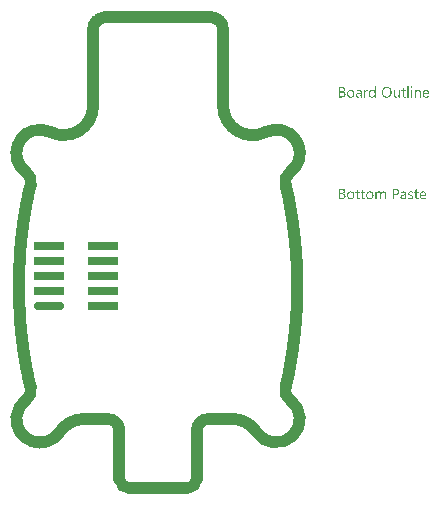
<source format=gbp>
G04*
G04 #@! TF.GenerationSoftware,Altium Limited,Altium Designer,21.9.2 (33)*
G04*
G04 Layer_Color=128*
%FSAX25Y25*%
%MOIN*%
G70*
G04*
G04 #@! TF.SameCoordinates,9B662772-510A-46F8-AEF7-6368D3D20965*
G04*
G04*
G04 #@! TF.FilePolarity,Positive*
G04*
G01*
G75*
%ADD16C,0.03937*%
G04:AMPARAMS|DCode=76|XSize=100mil|YSize=25mil|CornerRadius=6.25mil|HoleSize=0mil|Usage=FLASHONLY|Rotation=0.000|XOffset=0mil|YOffset=0mil|HoleType=Round|Shape=RoundedRectangle|*
%AMROUNDEDRECTD76*
21,1,0.10000,0.01250,0,0,0.0*
21,1,0.08750,0.02500,0,0,0.0*
1,1,0.01250,0.04375,-0.00625*
1,1,0.01250,-0.04375,-0.00625*
1,1,0.01250,-0.04375,0.00625*
1,1,0.01250,0.04375,0.00625*
%
%ADD76ROUNDEDRECTD76*%
%ADD77R,0.10000X0.02500*%
G36*
X0084544Y0066515D02*
X0084569D01*
X0084624Y0066491D01*
X0084655Y0066472D01*
X0084686Y0066447D01*
X0084692Y0066441D01*
X0084698Y0066435D01*
X0084729Y0066398D01*
X0084754Y0066336D01*
X0084760Y0066299D01*
X0084767Y0066262D01*
Y0066255D01*
Y0066243D01*
X0084760Y0066224D01*
X0084754Y0066200D01*
X0084736Y0066138D01*
X0084711Y0066107D01*
X0084686Y0066076D01*
X0084680D01*
X0084674Y0066064D01*
X0084637Y0066039D01*
X0084581Y0066014D01*
X0084544Y0066008D01*
X0084507Y0066002D01*
X0084488D01*
X0084469Y0066008D01*
X0084445D01*
X0084383Y0066033D01*
X0084352Y0066045D01*
X0084321Y0066070D01*
Y0066076D01*
X0084308Y0066082D01*
X0084296Y0066101D01*
X0084284Y0066119D01*
X0084259Y0066181D01*
X0084253Y0066218D01*
X0084247Y0066262D01*
Y0066268D01*
Y0066280D01*
X0084253Y0066299D01*
X0084259Y0066330D01*
X0084277Y0066386D01*
X0084296Y0066416D01*
X0084321Y0066447D01*
X0084327Y0066453D01*
X0084333Y0066460D01*
X0084370Y0066484D01*
X0084432Y0066509D01*
X0084469Y0066522D01*
X0084525D01*
X0084544Y0066515D01*
D02*
G37*
G36*
X0072554Y0062851D02*
X0072151D01*
Y0063272D01*
X0072139D01*
Y0063266D01*
X0072127Y0063253D01*
X0072108Y0063229D01*
X0072089Y0063198D01*
X0072058Y0063161D01*
X0072021Y0063123D01*
X0071978Y0063080D01*
X0071929Y0063037D01*
X0071873Y0062987D01*
X0071805Y0062944D01*
X0071737Y0062907D01*
X0071656Y0062870D01*
X0071576Y0062839D01*
X0071483Y0062814D01*
X0071384Y0062801D01*
X0071279Y0062795D01*
X0071235D01*
X0071198Y0062801D01*
X0071161Y0062808D01*
X0071111Y0062814D01*
X0071006Y0062839D01*
X0070882Y0062876D01*
X0070759Y0062938D01*
X0070691Y0062975D01*
X0070635Y0063018D01*
X0070573Y0063074D01*
X0070517Y0063130D01*
Y0063136D01*
X0070505Y0063148D01*
X0070492Y0063167D01*
X0070474Y0063191D01*
X0070455Y0063222D01*
X0070430Y0063266D01*
X0070406Y0063315D01*
X0070381Y0063371D01*
X0070350Y0063433D01*
X0070325Y0063501D01*
X0070301Y0063575D01*
X0070282Y0063656D01*
X0070263Y0063742D01*
X0070251Y0063841D01*
X0070245Y0063940D01*
X0070239Y0064046D01*
Y0064052D01*
Y0064070D01*
Y0064108D01*
X0070245Y0064151D01*
X0070251Y0064200D01*
X0070257Y0064262D01*
X0070263Y0064330D01*
X0070276Y0064405D01*
X0070313Y0064566D01*
X0070369Y0064733D01*
X0070406Y0064813D01*
X0070449Y0064894D01*
X0070492Y0064968D01*
X0070548Y0065042D01*
X0070554Y0065048D01*
X0070560Y0065061D01*
X0070579Y0065079D01*
X0070604Y0065104D01*
X0070635Y0065129D01*
X0070678Y0065160D01*
X0070722Y0065197D01*
X0070771Y0065234D01*
X0070895Y0065302D01*
X0071037Y0065364D01*
X0071118Y0065383D01*
X0071204Y0065401D01*
X0071291Y0065414D01*
X0071390Y0065420D01*
X0071439D01*
X0071477Y0065414D01*
X0071514Y0065407D01*
X0071563Y0065401D01*
X0071675Y0065370D01*
X0071798Y0065321D01*
X0071860Y0065290D01*
X0071922Y0065246D01*
X0071984Y0065203D01*
X0072040Y0065148D01*
X0072089Y0065086D01*
X0072139Y0065011D01*
X0072151D01*
Y0066571D01*
X0072554D01*
Y0062851D01*
D02*
G37*
G36*
X0086822Y0065414D02*
X0086896Y0065407D01*
X0086989Y0065389D01*
X0087088Y0065358D01*
X0087193Y0065308D01*
X0087298Y0065240D01*
X0087342Y0065203D01*
X0087385Y0065154D01*
X0087397Y0065141D01*
X0087422Y0065104D01*
X0087453Y0065042D01*
X0087496Y0064956D01*
X0087533Y0064850D01*
X0087571Y0064720D01*
X0087595Y0064566D01*
X0087602Y0064386D01*
Y0062851D01*
X0087199D01*
Y0064281D01*
Y0064287D01*
Y0064318D01*
X0087193Y0064355D01*
Y0064405D01*
X0087181Y0064467D01*
X0087168Y0064535D01*
X0087150Y0064609D01*
X0087125Y0064683D01*
X0087094Y0064758D01*
X0087057Y0064826D01*
X0087007Y0064894D01*
X0086952Y0064956D01*
X0086890Y0065005D01*
X0086809Y0065042D01*
X0086723Y0065073D01*
X0086617Y0065079D01*
X0086605D01*
X0086568Y0065073D01*
X0086512Y0065067D01*
X0086444Y0065048D01*
X0086364Y0065024D01*
X0086277Y0064980D01*
X0086197Y0064925D01*
X0086116Y0064850D01*
X0086110Y0064838D01*
X0086085Y0064813D01*
X0086054Y0064764D01*
X0086017Y0064696D01*
X0085980Y0064615D01*
X0085949Y0064516D01*
X0085924Y0064405D01*
X0085918Y0064281D01*
Y0062851D01*
X0085515D01*
Y0065364D01*
X0085918D01*
Y0064943D01*
X0085930D01*
X0085936Y0064949D01*
X0085943Y0064962D01*
X0085961Y0064986D01*
X0085986Y0065017D01*
X0086011Y0065055D01*
X0086048Y0065092D01*
X0086091Y0065135D01*
X0086141Y0065185D01*
X0086197Y0065228D01*
X0086258Y0065271D01*
X0086326Y0065308D01*
X0086401Y0065346D01*
X0086475Y0065377D01*
X0086562Y0065401D01*
X0086655Y0065414D01*
X0086753Y0065420D01*
X0086791D01*
X0086822Y0065414D01*
D02*
G37*
G36*
X0069824Y0065401D02*
X0069898Y0065395D01*
X0069942Y0065383D01*
X0069972Y0065370D01*
Y0064956D01*
X0069966Y0064962D01*
X0069954Y0064968D01*
X0069929Y0064980D01*
X0069898Y0064999D01*
X0069855Y0065011D01*
X0069799Y0065024D01*
X0069737Y0065030D01*
X0069669Y0065036D01*
X0069657D01*
X0069626Y0065030D01*
X0069576Y0065024D01*
X0069521Y0065005D01*
X0069446Y0064974D01*
X0069378Y0064931D01*
X0069304Y0064869D01*
X0069236Y0064788D01*
X0069230Y0064776D01*
X0069211Y0064745D01*
X0069180Y0064689D01*
X0069149Y0064615D01*
X0069118Y0064522D01*
X0069087Y0064405D01*
X0069069Y0064275D01*
X0069063Y0064126D01*
Y0062851D01*
X0068660D01*
Y0065364D01*
X0069063D01*
Y0064844D01*
X0069075D01*
Y0064850D01*
X0069081Y0064856D01*
X0069094Y0064887D01*
X0069112Y0064937D01*
X0069143Y0064999D01*
X0069174Y0065061D01*
X0069223Y0065129D01*
X0069273Y0065197D01*
X0069335Y0065259D01*
X0069341Y0065265D01*
X0069366Y0065284D01*
X0069403Y0065308D01*
X0069453Y0065333D01*
X0069508Y0065358D01*
X0069576Y0065383D01*
X0069651Y0065401D01*
X0069731Y0065407D01*
X0069787D01*
X0069824Y0065401D01*
D02*
G37*
G36*
X0080563Y0062851D02*
X0080161D01*
Y0063247D01*
X0080149D01*
Y0063241D01*
X0080136Y0063229D01*
X0080124Y0063204D01*
X0080099Y0063179D01*
X0080044Y0063105D01*
X0079957Y0063024D01*
X0079907Y0062981D01*
X0079852Y0062938D01*
X0079790Y0062901D01*
X0079716Y0062863D01*
X0079641Y0062839D01*
X0079561Y0062814D01*
X0079468Y0062801D01*
X0079375Y0062795D01*
X0079338D01*
X0079295Y0062801D01*
X0079233Y0062814D01*
X0079165Y0062826D01*
X0079090Y0062851D01*
X0079010Y0062882D01*
X0078929Y0062931D01*
X0078843Y0062987D01*
X0078762Y0063055D01*
X0078688Y0063142D01*
X0078620Y0063247D01*
X0078558Y0063365D01*
X0078515Y0063507D01*
X0078490Y0063674D01*
X0078478Y0063761D01*
Y0063860D01*
Y0065364D01*
X0078874D01*
Y0063922D01*
Y0063916D01*
Y0063891D01*
X0078880Y0063848D01*
X0078886Y0063798D01*
X0078892Y0063736D01*
X0078905Y0063674D01*
X0078923Y0063600D01*
X0078948Y0063526D01*
X0078985Y0063451D01*
X0079022Y0063383D01*
X0079072Y0063315D01*
X0079134Y0063253D01*
X0079202Y0063204D01*
X0079282Y0063167D01*
X0079381Y0063136D01*
X0079487Y0063130D01*
X0079499D01*
X0079536Y0063136D01*
X0079592Y0063142D01*
X0079654Y0063154D01*
X0079734Y0063185D01*
X0079815Y0063222D01*
X0079895Y0063272D01*
X0079969Y0063346D01*
X0079975Y0063359D01*
X0080000Y0063383D01*
X0080031Y0063433D01*
X0080068Y0063501D01*
X0080099Y0063581D01*
X0080130Y0063680D01*
X0080155Y0063792D01*
X0080161Y0063916D01*
Y0065364D01*
X0080563D01*
Y0062851D01*
D02*
G37*
G36*
X0084698D02*
X0084296D01*
Y0065364D01*
X0084698D01*
Y0062851D01*
D02*
G37*
G36*
X0083479D02*
X0083077D01*
Y0066571D01*
X0083479D01*
Y0062851D01*
D02*
G37*
G36*
X0067100Y0065414D02*
X0067156Y0065407D01*
X0067224Y0065389D01*
X0067298Y0065370D01*
X0067379Y0065339D01*
X0067466Y0065302D01*
X0067546Y0065253D01*
X0067626Y0065191D01*
X0067701Y0065117D01*
X0067769Y0065024D01*
X0067825Y0064918D01*
X0067868Y0064795D01*
X0067893Y0064652D01*
X0067905Y0064485D01*
Y0062851D01*
X0067503D01*
Y0063241D01*
X0067490D01*
Y0063235D01*
X0067478Y0063222D01*
X0067466Y0063198D01*
X0067441Y0063173D01*
X0067379Y0063099D01*
X0067298Y0063018D01*
X0067187Y0062938D01*
X0067057Y0062863D01*
X0066976Y0062839D01*
X0066896Y0062814D01*
X0066809Y0062801D01*
X0066716Y0062795D01*
X0066679D01*
X0066655Y0062801D01*
X0066587Y0062808D01*
X0066506Y0062820D01*
X0066407Y0062845D01*
X0066314Y0062876D01*
X0066215Y0062925D01*
X0066128Y0062987D01*
X0066122Y0062999D01*
X0066097Y0063024D01*
X0066060Y0063068D01*
X0066023Y0063130D01*
X0065986Y0063204D01*
X0065949Y0063291D01*
X0065924Y0063396D01*
X0065918Y0063513D01*
Y0063520D01*
Y0063544D01*
X0065924Y0063581D01*
X0065930Y0063625D01*
X0065943Y0063680D01*
X0065961Y0063742D01*
X0065986Y0063810D01*
X0066023Y0063879D01*
X0066067Y0063953D01*
X0066122Y0064027D01*
X0066190Y0064095D01*
X0066271Y0064157D01*
X0066364Y0064219D01*
X0066475Y0064268D01*
X0066599Y0064306D01*
X0066747Y0064337D01*
X0067503Y0064442D01*
Y0064448D01*
Y0064467D01*
X0067497Y0064504D01*
Y0064541D01*
X0067484Y0064590D01*
X0067478Y0064646D01*
X0067441Y0064764D01*
X0067410Y0064819D01*
X0067379Y0064875D01*
X0067335Y0064931D01*
X0067286Y0064980D01*
X0067224Y0065024D01*
X0067156Y0065055D01*
X0067076Y0065073D01*
X0066983Y0065079D01*
X0066939D01*
X0066908Y0065073D01*
X0066865D01*
X0066822Y0065061D01*
X0066710Y0065042D01*
X0066587Y0065005D01*
X0066450Y0064949D01*
X0066376Y0064912D01*
X0066308Y0064875D01*
X0066234Y0064826D01*
X0066166Y0064770D01*
Y0065185D01*
X0066172D01*
X0066184Y0065197D01*
X0066203Y0065209D01*
X0066234Y0065222D01*
X0066265Y0065240D01*
X0066308Y0065259D01*
X0066357Y0065277D01*
X0066413Y0065302D01*
X0066537Y0065346D01*
X0066686Y0065383D01*
X0066847Y0065407D01*
X0067020Y0065420D01*
X0067057D01*
X0067100Y0065414D01*
D02*
G37*
G36*
X0061412Y0066361D02*
X0061455D01*
X0061498Y0066355D01*
X0061597Y0066342D01*
X0061715Y0066311D01*
X0061839Y0066274D01*
X0061956Y0066218D01*
X0062062Y0066144D01*
X0062068D01*
X0062074Y0066132D01*
X0062105Y0066107D01*
X0062148Y0066057D01*
X0062198Y0065989D01*
X0062241Y0065903D01*
X0062284Y0065804D01*
X0062315Y0065692D01*
X0062328Y0065630D01*
Y0065562D01*
Y0065556D01*
Y0065550D01*
Y0065513D01*
X0062322Y0065457D01*
X0062309Y0065389D01*
X0062291Y0065302D01*
X0062260Y0065215D01*
X0062223Y0065129D01*
X0062167Y0065042D01*
X0062161Y0065030D01*
X0062136Y0065005D01*
X0062099Y0064968D01*
X0062049Y0064918D01*
X0061987Y0064869D01*
X0061913Y0064813D01*
X0061820Y0064770D01*
X0061721Y0064727D01*
Y0064720D01*
X0061740D01*
X0061758Y0064714D01*
X0061777Y0064708D01*
X0061845Y0064696D01*
X0061926Y0064671D01*
X0062012Y0064634D01*
X0062105Y0064590D01*
X0062198Y0064529D01*
X0062284Y0064448D01*
X0062297Y0064436D01*
X0062322Y0064405D01*
X0062353Y0064361D01*
X0062396Y0064293D01*
X0062433Y0064207D01*
X0062470Y0064108D01*
X0062495Y0063990D01*
X0062501Y0063860D01*
Y0063854D01*
Y0063841D01*
Y0063817D01*
X0062495Y0063786D01*
X0062489Y0063749D01*
X0062483Y0063705D01*
X0062458Y0063600D01*
X0062421Y0063482D01*
X0062365Y0063359D01*
X0062328Y0063303D01*
X0062284Y0063241D01*
X0062229Y0063185D01*
X0062173Y0063130D01*
X0062167D01*
X0062161Y0063117D01*
X0062142Y0063105D01*
X0062117Y0063086D01*
X0062086Y0063068D01*
X0062043Y0063043D01*
X0061950Y0062993D01*
X0061833Y0062938D01*
X0061696Y0062894D01*
X0061536Y0062863D01*
X0061455Y0062857D01*
X0061362Y0062851D01*
X0060335D01*
Y0066367D01*
X0061381D01*
X0061412Y0066361D01*
D02*
G37*
G36*
X0081907Y0065364D02*
X0082544D01*
Y0065017D01*
X0081907D01*
Y0063600D01*
Y0063588D01*
Y0063557D01*
X0081913Y0063513D01*
X0081919Y0063458D01*
X0081944Y0063340D01*
X0081963Y0063284D01*
X0081993Y0063241D01*
X0082000Y0063235D01*
X0082012Y0063222D01*
X0082031Y0063210D01*
X0082061Y0063191D01*
X0082099Y0063167D01*
X0082148Y0063154D01*
X0082210Y0063142D01*
X0082278Y0063136D01*
X0082303D01*
X0082334Y0063142D01*
X0082371Y0063148D01*
X0082458Y0063173D01*
X0082501Y0063191D01*
X0082544Y0063216D01*
Y0062870D01*
X0082538D01*
X0082520Y0062857D01*
X0082489Y0062851D01*
X0082445Y0062839D01*
X0082390Y0062826D01*
X0082328Y0062814D01*
X0082253Y0062808D01*
X0082167Y0062801D01*
X0082136D01*
X0082105Y0062808D01*
X0082061Y0062814D01*
X0082012Y0062826D01*
X0081956Y0062839D01*
X0081901Y0062863D01*
X0081839Y0062894D01*
X0081777Y0062931D01*
X0081715Y0062981D01*
X0081659Y0063037D01*
X0081610Y0063111D01*
X0081566Y0063191D01*
X0081535Y0063291D01*
X0081511Y0063402D01*
X0081504Y0063532D01*
Y0065017D01*
X0081077D01*
Y0065364D01*
X0081504D01*
Y0065977D01*
X0081907Y0066107D01*
Y0065364D01*
D02*
G37*
G36*
X0089434Y0065414D02*
X0089477Y0065407D01*
X0089521Y0065401D01*
X0089632Y0065383D01*
X0089756Y0065339D01*
X0089880Y0065284D01*
X0089941Y0065246D01*
X0090003Y0065203D01*
X0090059Y0065154D01*
X0090115Y0065098D01*
X0090121Y0065092D01*
X0090127Y0065086D01*
X0090140Y0065067D01*
X0090158Y0065042D01*
X0090177Y0065005D01*
X0090201Y0064968D01*
X0090226Y0064925D01*
X0090251Y0064869D01*
X0090276Y0064807D01*
X0090300Y0064745D01*
X0090325Y0064671D01*
X0090344Y0064590D01*
X0090362Y0064504D01*
X0090375Y0064417D01*
X0090387Y0064318D01*
Y0064213D01*
Y0064002D01*
X0088611D01*
Y0063996D01*
Y0063984D01*
Y0063965D01*
X0088617Y0063934D01*
X0088623Y0063897D01*
Y0063860D01*
X0088642Y0063761D01*
X0088673Y0063662D01*
X0088710Y0063550D01*
X0088765Y0063445D01*
X0088833Y0063352D01*
X0088846Y0063340D01*
X0088871Y0063315D01*
X0088920Y0063284D01*
X0088988Y0063241D01*
X0089075Y0063198D01*
X0089174Y0063167D01*
X0089291Y0063142D01*
X0089428Y0063130D01*
X0089471D01*
X0089502Y0063136D01*
X0089539D01*
X0089582Y0063142D01*
X0089688Y0063167D01*
X0089805Y0063198D01*
X0089935Y0063247D01*
X0090071Y0063315D01*
X0090140Y0063359D01*
X0090208Y0063408D01*
Y0063030D01*
X0090201D01*
X0090195Y0063018D01*
X0090177Y0063012D01*
X0090146Y0062993D01*
X0090115Y0062975D01*
X0090078Y0062956D01*
X0090028Y0062938D01*
X0089978Y0062913D01*
X0089917Y0062888D01*
X0089849Y0062870D01*
X0089700Y0062832D01*
X0089527Y0062808D01*
X0089335Y0062795D01*
X0089285D01*
X0089248Y0062801D01*
X0089205Y0062808D01*
X0089149Y0062814D01*
X0089031Y0062839D01*
X0088895Y0062876D01*
X0088759Y0062938D01*
X0088691Y0062981D01*
X0088623Y0063024D01*
X0088561Y0063074D01*
X0088499Y0063136D01*
X0088493Y0063142D01*
X0088487Y0063154D01*
X0088474Y0063173D01*
X0088450Y0063198D01*
X0088431Y0063235D01*
X0088406Y0063278D01*
X0088375Y0063328D01*
X0088351Y0063383D01*
X0088320Y0063445D01*
X0088295Y0063520D01*
X0088264Y0063600D01*
X0088245Y0063687D01*
X0088227Y0063779D01*
X0088208Y0063879D01*
X0088202Y0063984D01*
X0088196Y0064095D01*
Y0064101D01*
Y0064120D01*
Y0064151D01*
X0088202Y0064194D01*
X0088208Y0064244D01*
X0088214Y0064299D01*
X0088221Y0064368D01*
X0088239Y0064436D01*
X0088276Y0064584D01*
X0088332Y0064745D01*
X0088369Y0064826D01*
X0088419Y0064900D01*
X0088468Y0064980D01*
X0088524Y0065048D01*
X0088530Y0065055D01*
X0088542Y0065067D01*
X0088561Y0065086D01*
X0088586Y0065104D01*
X0088617Y0065135D01*
X0088654Y0065166D01*
X0088703Y0065197D01*
X0088753Y0065234D01*
X0088871Y0065302D01*
X0089013Y0065364D01*
X0089093Y0065383D01*
X0089174Y0065401D01*
X0089261Y0065414D01*
X0089353Y0065420D01*
X0089403D01*
X0089434Y0065414D01*
D02*
G37*
G36*
X0076392Y0066423D02*
X0076453Y0066416D01*
X0076528Y0066404D01*
X0076608Y0066386D01*
X0076695Y0066367D01*
X0076781Y0066342D01*
X0076881Y0066311D01*
X0076973Y0066268D01*
X0077072Y0066218D01*
X0077171Y0066163D01*
X0077264Y0066094D01*
X0077357Y0066020D01*
X0077444Y0065934D01*
X0077450Y0065927D01*
X0077462Y0065909D01*
X0077487Y0065884D01*
X0077512Y0065847D01*
X0077549Y0065797D01*
X0077586Y0065736D01*
X0077623Y0065667D01*
X0077667Y0065593D01*
X0077710Y0065500D01*
X0077747Y0065407D01*
X0077784Y0065302D01*
X0077821Y0065185D01*
X0077846Y0065067D01*
X0077871Y0064937D01*
X0077883Y0064795D01*
X0077890Y0064652D01*
Y0064640D01*
Y0064615D01*
Y0064572D01*
X0077883Y0064510D01*
X0077877Y0064436D01*
X0077865Y0064355D01*
X0077852Y0064262D01*
X0077834Y0064157D01*
X0077809Y0064052D01*
X0077778Y0063940D01*
X0077741Y0063829D01*
X0077698Y0063718D01*
X0077642Y0063600D01*
X0077580Y0063495D01*
X0077512Y0063389D01*
X0077431Y0063291D01*
X0077425Y0063284D01*
X0077413Y0063272D01*
X0077382Y0063247D01*
X0077351Y0063216D01*
X0077301Y0063173D01*
X0077246Y0063136D01*
X0077184Y0063086D01*
X0077109Y0063043D01*
X0077029Y0062999D01*
X0076936Y0062950D01*
X0076837Y0062913D01*
X0076726Y0062876D01*
X0076608Y0062839D01*
X0076484Y0062814D01*
X0076354Y0062801D01*
X0076212Y0062795D01*
X0076181D01*
X0076138Y0062801D01*
X0076088D01*
X0076026Y0062808D01*
X0075952Y0062820D01*
X0075871Y0062839D01*
X0075779Y0062857D01*
X0075686Y0062882D01*
X0075587Y0062913D01*
X0075488Y0062956D01*
X0075389Y0062999D01*
X0075290Y0063055D01*
X0075191Y0063123D01*
X0075098Y0063198D01*
X0075011Y0063284D01*
X0075005Y0063291D01*
X0074993Y0063309D01*
X0074968Y0063334D01*
X0074943Y0063371D01*
X0074906Y0063420D01*
X0074869Y0063482D01*
X0074832Y0063550D01*
X0074788Y0063631D01*
X0074745Y0063718D01*
X0074708Y0063810D01*
X0074671Y0063916D01*
X0074634Y0064033D01*
X0074609Y0064151D01*
X0074584Y0064281D01*
X0074572Y0064423D01*
X0074565Y0064566D01*
Y0064578D01*
Y0064603D01*
X0074572Y0064646D01*
Y0064708D01*
X0074578Y0064776D01*
X0074590Y0064863D01*
X0074603Y0064956D01*
X0074621Y0065055D01*
X0074646Y0065160D01*
X0074677Y0065271D01*
X0074714Y0065383D01*
X0074757Y0065494D01*
X0074813Y0065605D01*
X0074875Y0065717D01*
X0074943Y0065822D01*
X0075024Y0065921D01*
X0075030Y0065927D01*
X0075042Y0065946D01*
X0075073Y0065971D01*
X0075110Y0066002D01*
X0075153Y0066039D01*
X0075209Y0066082D01*
X0075277Y0066126D01*
X0075352Y0066175D01*
X0075438Y0066224D01*
X0075531Y0066268D01*
X0075630Y0066311D01*
X0075741Y0066348D01*
X0075865Y0066379D01*
X0075995Y0066410D01*
X0076131Y0066423D01*
X0076274Y0066429D01*
X0076342D01*
X0076392Y0066423D01*
D02*
G37*
G36*
X0064364Y0065414D02*
X0064408Y0065407D01*
X0064463Y0065401D01*
X0064587Y0065377D01*
X0064729Y0065333D01*
X0064872Y0065271D01*
X0064946Y0065234D01*
X0065014Y0065191D01*
X0065082Y0065135D01*
X0065144Y0065073D01*
X0065150Y0065067D01*
X0065157Y0065055D01*
X0065175Y0065036D01*
X0065194Y0065011D01*
X0065219Y0064974D01*
X0065243Y0064931D01*
X0065274Y0064881D01*
X0065305Y0064826D01*
X0065330Y0064758D01*
X0065361Y0064689D01*
X0065386Y0064609D01*
X0065410Y0064522D01*
X0065429Y0064429D01*
X0065448Y0064330D01*
X0065454Y0064225D01*
X0065460Y0064114D01*
Y0064108D01*
Y0064089D01*
Y0064058D01*
X0065454Y0064015D01*
X0065448Y0063965D01*
X0065441Y0063903D01*
X0065429Y0063841D01*
X0065417Y0063767D01*
X0065380Y0063618D01*
X0065318Y0063458D01*
X0065280Y0063377D01*
X0065231Y0063297D01*
X0065181Y0063222D01*
X0065119Y0063154D01*
X0065113Y0063148D01*
X0065101Y0063142D01*
X0065082Y0063123D01*
X0065058Y0063099D01*
X0065021Y0063074D01*
X0064983Y0063043D01*
X0064934Y0063006D01*
X0064878Y0062975D01*
X0064816Y0062944D01*
X0064748Y0062907D01*
X0064674Y0062876D01*
X0064593Y0062851D01*
X0064507Y0062826D01*
X0064414Y0062814D01*
X0064315Y0062801D01*
X0064210Y0062795D01*
X0064154D01*
X0064117Y0062801D01*
X0064073Y0062808D01*
X0064018Y0062814D01*
X0063956Y0062826D01*
X0063888Y0062839D01*
X0063745Y0062882D01*
X0063597Y0062944D01*
X0063522Y0062981D01*
X0063454Y0063030D01*
X0063386Y0063080D01*
X0063318Y0063142D01*
X0063312Y0063148D01*
X0063306Y0063161D01*
X0063287Y0063179D01*
X0063269Y0063204D01*
X0063244Y0063241D01*
X0063213Y0063284D01*
X0063182Y0063334D01*
X0063157Y0063389D01*
X0063126Y0063458D01*
X0063095Y0063526D01*
X0063064Y0063600D01*
X0063040Y0063687D01*
X0063003Y0063872D01*
X0062996Y0063971D01*
X0062990Y0064077D01*
Y0064083D01*
Y0064108D01*
Y0064139D01*
X0062996Y0064182D01*
X0063003Y0064231D01*
X0063009Y0064293D01*
X0063021Y0064361D01*
X0063033Y0064436D01*
X0063071Y0064597D01*
X0063133Y0064758D01*
X0063176Y0064838D01*
X0063219Y0064918D01*
X0063269Y0064993D01*
X0063331Y0065061D01*
X0063337Y0065067D01*
X0063349Y0065079D01*
X0063368Y0065092D01*
X0063393Y0065117D01*
X0063430Y0065141D01*
X0063473Y0065172D01*
X0063522Y0065209D01*
X0063578Y0065240D01*
X0063640Y0065271D01*
X0063714Y0065308D01*
X0063789Y0065339D01*
X0063875Y0065364D01*
X0063962Y0065389D01*
X0064061Y0065407D01*
X0064166Y0065414D01*
X0064271Y0065420D01*
X0064327D01*
X0064364Y0065414D01*
D02*
G37*
G36*
X0084463Y0031555D02*
X0084544Y0031549D01*
X0084630Y0031537D01*
X0084729Y0031512D01*
X0084829Y0031487D01*
X0084927Y0031450D01*
Y0031042D01*
X0084915Y0031048D01*
X0084878Y0031073D01*
X0084822Y0031097D01*
X0084748Y0031134D01*
X0084655Y0031165D01*
X0084544Y0031196D01*
X0084420Y0031215D01*
X0084290Y0031221D01*
X0084222D01*
X0084160Y0031209D01*
X0084086Y0031196D01*
X0084079D01*
X0084073Y0031190D01*
X0084036Y0031178D01*
X0083987Y0031153D01*
X0083931Y0031122D01*
X0083918Y0031116D01*
X0083894Y0031091D01*
X0083863Y0031054D01*
X0083832Y0031011D01*
X0083826Y0030998D01*
X0083813Y0030967D01*
X0083801Y0030924D01*
X0083795Y0030868D01*
Y0030862D01*
Y0030850D01*
Y0030831D01*
X0083801Y0030813D01*
X0083813Y0030757D01*
X0083832Y0030701D01*
X0083838Y0030689D01*
X0083857Y0030664D01*
X0083894Y0030627D01*
X0083937Y0030584D01*
X0083943D01*
X0083950Y0030577D01*
X0083987Y0030553D01*
X0084036Y0030522D01*
X0084104Y0030491D01*
X0084110D01*
X0084123Y0030485D01*
X0084141Y0030478D01*
X0084172Y0030466D01*
X0084240Y0030441D01*
X0084327Y0030404D01*
X0084333D01*
X0084358Y0030392D01*
X0084389Y0030379D01*
X0084426Y0030367D01*
X0084525Y0030324D01*
X0084624Y0030274D01*
X0084630D01*
X0084649Y0030262D01*
X0084674Y0030249D01*
X0084705Y0030231D01*
X0084779Y0030181D01*
X0084853Y0030119D01*
X0084859Y0030113D01*
X0084872Y0030107D01*
X0084884Y0030088D01*
X0084909Y0030064D01*
X0084952Y0030002D01*
X0084996Y0029921D01*
Y0029915D01*
X0085002Y0029903D01*
X0085014Y0029878D01*
X0085020Y0029847D01*
X0085033Y0029810D01*
X0085039Y0029766D01*
X0085045Y0029661D01*
Y0029655D01*
Y0029630D01*
X0085039Y0029593D01*
X0085033Y0029550D01*
X0085027Y0029500D01*
X0085008Y0029445D01*
X0084989Y0029395D01*
X0084958Y0029339D01*
X0084952Y0029333D01*
X0084946Y0029315D01*
X0084927Y0029290D01*
X0084903Y0029259D01*
X0084872Y0029222D01*
X0084835Y0029185D01*
X0084742Y0029110D01*
X0084736Y0029104D01*
X0084717Y0029098D01*
X0084692Y0029079D01*
X0084649Y0029061D01*
X0084606Y0029036D01*
X0084550Y0029017D01*
X0084494Y0028999D01*
X0084426Y0028980D01*
X0084420D01*
X0084395Y0028974D01*
X0084358Y0028968D01*
X0084315Y0028962D01*
X0084253Y0028949D01*
X0084191Y0028943D01*
X0084048Y0028937D01*
X0083987D01*
X0083912Y0028943D01*
X0083820Y0028956D01*
X0083714Y0028974D01*
X0083603Y0028999D01*
X0083491Y0029030D01*
X0083380Y0029079D01*
Y0029513D01*
X0083386D01*
X0083392Y0029500D01*
X0083411Y0029488D01*
X0083436Y0029476D01*
X0083504Y0029438D01*
X0083597Y0029395D01*
X0083702Y0029346D01*
X0083826Y0029308D01*
X0083962Y0029284D01*
X0084104Y0029271D01*
X0084154D01*
X0084185Y0029277D01*
X0084271Y0029290D01*
X0084370Y0029315D01*
X0084463Y0029358D01*
X0084507Y0029389D01*
X0084550Y0029420D01*
X0084581Y0029463D01*
X0084606Y0029506D01*
X0084624Y0029562D01*
X0084630Y0029624D01*
Y0029630D01*
Y0029643D01*
Y0029661D01*
X0084624Y0029680D01*
X0084612Y0029735D01*
X0084587Y0029791D01*
Y0029797D01*
X0084581Y0029804D01*
X0084556Y0029834D01*
X0084519Y0029878D01*
X0084463Y0029915D01*
X0084457D01*
X0084451Y0029927D01*
X0084414Y0029946D01*
X0084358Y0029983D01*
X0084284Y0030014D01*
X0084277D01*
X0084265Y0030020D01*
X0084247Y0030033D01*
X0084216Y0030045D01*
X0084148Y0030070D01*
X0084061Y0030107D01*
X0084055D01*
X0084030Y0030119D01*
X0083999Y0030132D01*
X0083962Y0030144D01*
X0083863Y0030187D01*
X0083764Y0030237D01*
X0083758Y0030243D01*
X0083745Y0030249D01*
X0083720Y0030262D01*
X0083689Y0030280D01*
X0083621Y0030330D01*
X0083553Y0030385D01*
X0083547Y0030392D01*
X0083541Y0030398D01*
X0083522Y0030416D01*
X0083504Y0030441D01*
X0083460Y0030503D01*
X0083423Y0030577D01*
Y0030584D01*
X0083417Y0030596D01*
X0083411Y0030621D01*
X0083405Y0030652D01*
X0083399Y0030689D01*
X0083392Y0030732D01*
X0083386Y0030837D01*
Y0030843D01*
Y0030868D01*
X0083392Y0030899D01*
X0083399Y0030942D01*
X0083405Y0030992D01*
X0083423Y0031042D01*
X0083442Y0031097D01*
X0083467Y0031147D01*
X0083473Y0031153D01*
X0083479Y0031172D01*
X0083498Y0031196D01*
X0083522Y0031227D01*
X0083591Y0031302D01*
X0083677Y0031376D01*
X0083683Y0031382D01*
X0083702Y0031388D01*
X0083727Y0031407D01*
X0083770Y0031425D01*
X0083813Y0031450D01*
X0083863Y0031475D01*
X0083987Y0031512D01*
X0083993D01*
X0084018Y0031518D01*
X0084048Y0031531D01*
X0084098Y0031537D01*
X0084148Y0031549D01*
X0084210Y0031555D01*
X0084346Y0031561D01*
X0084401D01*
X0084463Y0031555D01*
D02*
G37*
G36*
X0075271D02*
X0075327Y0031543D01*
X0075389Y0031531D01*
X0075457Y0031506D01*
X0075537Y0031475D01*
X0075612Y0031432D01*
X0075692Y0031382D01*
X0075766Y0031314D01*
X0075834Y0031227D01*
X0075896Y0031128D01*
X0075952Y0031017D01*
X0075989Y0030874D01*
X0076020Y0030720D01*
X0076026Y0030540D01*
Y0028993D01*
X0075624D01*
Y0030435D01*
Y0030441D01*
Y0030454D01*
Y0030472D01*
Y0030503D01*
X0075618Y0030577D01*
X0075605Y0030664D01*
X0075593Y0030763D01*
X0075568Y0030862D01*
X0075537Y0030955D01*
X0075494Y0031035D01*
X0075488Y0031042D01*
X0075469Y0031066D01*
X0075438Y0031097D01*
X0075389Y0031128D01*
X0075333Y0031165D01*
X0075259Y0031190D01*
X0075166Y0031215D01*
X0075061Y0031221D01*
X0075048D01*
X0075017Y0031215D01*
X0074968Y0031209D01*
X0074906Y0031190D01*
X0074838Y0031165D01*
X0074764Y0031122D01*
X0074689Y0031066D01*
X0074621Y0030986D01*
X0074615Y0030974D01*
X0074596Y0030942D01*
X0074565Y0030893D01*
X0074534Y0030825D01*
X0074497Y0030744D01*
X0074473Y0030652D01*
X0074448Y0030540D01*
X0074442Y0030423D01*
Y0028993D01*
X0074039D01*
Y0030485D01*
Y0030491D01*
Y0030515D01*
X0074033Y0030553D01*
Y0030602D01*
X0074021Y0030658D01*
X0074008Y0030720D01*
X0073990Y0030782D01*
X0073971Y0030856D01*
X0073940Y0030924D01*
X0073903Y0030986D01*
X0073854Y0031048D01*
X0073798Y0031104D01*
X0073736Y0031153D01*
X0073655Y0031190D01*
X0073569Y0031215D01*
X0073470Y0031221D01*
X0073457D01*
X0073427Y0031215D01*
X0073377Y0031209D01*
X0073315Y0031196D01*
X0073247Y0031165D01*
X0073173Y0031128D01*
X0073098Y0031073D01*
X0073030Y0030998D01*
X0073024Y0030986D01*
X0073006Y0030961D01*
X0072975Y0030912D01*
X0072944Y0030843D01*
X0072913Y0030763D01*
X0072882Y0030664D01*
X0072863Y0030553D01*
X0072857Y0030423D01*
Y0028993D01*
X0072455D01*
Y0031506D01*
X0072857D01*
Y0031104D01*
X0072869D01*
X0072876Y0031110D01*
X0072882Y0031122D01*
X0072900Y0031147D01*
X0072919Y0031178D01*
X0072981Y0031246D01*
X0073067Y0031332D01*
X0073179Y0031419D01*
X0073309Y0031487D01*
X0073389Y0031518D01*
X0073470Y0031543D01*
X0073557Y0031555D01*
X0073649Y0031561D01*
X0073693D01*
X0073742Y0031555D01*
X0073804Y0031543D01*
X0073872Y0031524D01*
X0073946Y0031500D01*
X0074021Y0031469D01*
X0074095Y0031419D01*
X0074101Y0031413D01*
X0074126Y0031394D01*
X0074157Y0031363D01*
X0074200Y0031320D01*
X0074244Y0031264D01*
X0074287Y0031203D01*
X0074330Y0031128D01*
X0074361Y0031042D01*
X0074367Y0031048D01*
X0074374Y0031066D01*
X0074392Y0031091D01*
X0074411Y0031122D01*
X0074442Y0031165D01*
X0074479Y0031209D01*
X0074522Y0031252D01*
X0074572Y0031302D01*
X0074627Y0031351D01*
X0074689Y0031394D01*
X0074757Y0031444D01*
X0074832Y0031481D01*
X0074912Y0031512D01*
X0074999Y0031537D01*
X0075098Y0031555D01*
X0075197Y0031561D01*
X0075234D01*
X0075271Y0031555D01*
D02*
G37*
G36*
X0081969D02*
X0082024Y0031549D01*
X0082092Y0031531D01*
X0082167Y0031512D01*
X0082247Y0031481D01*
X0082334Y0031444D01*
X0082414Y0031394D01*
X0082495Y0031332D01*
X0082569Y0031258D01*
X0082637Y0031165D01*
X0082693Y0031060D01*
X0082736Y0030936D01*
X0082761Y0030794D01*
X0082773Y0030627D01*
Y0028993D01*
X0082371D01*
Y0029383D01*
X0082359D01*
Y0029377D01*
X0082346Y0029364D01*
X0082334Y0029339D01*
X0082309Y0029315D01*
X0082247Y0029240D01*
X0082167Y0029160D01*
X0082055Y0029079D01*
X0081925Y0029005D01*
X0081845Y0028980D01*
X0081764Y0028956D01*
X0081678Y0028943D01*
X0081585Y0028937D01*
X0081548D01*
X0081523Y0028943D01*
X0081455Y0028949D01*
X0081374Y0028962D01*
X0081275Y0028986D01*
X0081183Y0029017D01*
X0081084Y0029067D01*
X0080997Y0029129D01*
X0080991Y0029141D01*
X0080966Y0029166D01*
X0080929Y0029209D01*
X0080892Y0029271D01*
X0080854Y0029346D01*
X0080817Y0029432D01*
X0080793Y0029537D01*
X0080786Y0029655D01*
Y0029661D01*
Y0029686D01*
X0080793Y0029723D01*
X0080799Y0029766D01*
X0080811Y0029822D01*
X0080830Y0029884D01*
X0080854Y0029952D01*
X0080892Y0030020D01*
X0080935Y0030095D01*
X0080991Y0030169D01*
X0081059Y0030237D01*
X0081139Y0030299D01*
X0081232Y0030361D01*
X0081344Y0030410D01*
X0081467Y0030447D01*
X0081616Y0030478D01*
X0082371Y0030584D01*
Y0030590D01*
Y0030608D01*
X0082365Y0030645D01*
Y0030683D01*
X0082353Y0030732D01*
X0082346Y0030788D01*
X0082309Y0030905D01*
X0082278Y0030961D01*
X0082247Y0031017D01*
X0082204Y0031073D01*
X0082154Y0031122D01*
X0082092Y0031165D01*
X0082024Y0031196D01*
X0081944Y0031215D01*
X0081851Y0031221D01*
X0081808D01*
X0081777Y0031215D01*
X0081734D01*
X0081690Y0031203D01*
X0081579Y0031184D01*
X0081455Y0031147D01*
X0081319Y0031091D01*
X0081244Y0031054D01*
X0081176Y0031017D01*
X0081102Y0030967D01*
X0081034Y0030912D01*
Y0031326D01*
X0081040D01*
X0081053Y0031339D01*
X0081071Y0031351D01*
X0081102Y0031363D01*
X0081133Y0031382D01*
X0081176Y0031401D01*
X0081226Y0031419D01*
X0081282Y0031444D01*
X0081405Y0031487D01*
X0081554Y0031524D01*
X0081715Y0031549D01*
X0081888Y0031561D01*
X0081925D01*
X0081969Y0031555D01*
D02*
G37*
G36*
X0079270Y0032502D02*
X0079319D01*
X0079369Y0032496D01*
X0079499Y0032471D01*
X0079635Y0032441D01*
X0079784Y0032391D01*
X0079926Y0032323D01*
X0079988Y0032280D01*
X0080050Y0032230D01*
X0080056D01*
X0080062Y0032218D01*
X0080081Y0032199D01*
X0080099Y0032181D01*
X0080149Y0032119D01*
X0080211Y0032032D01*
X0080266Y0031921D01*
X0080316Y0031791D01*
X0080353Y0031636D01*
X0080359Y0031549D01*
X0080366Y0031456D01*
Y0031450D01*
Y0031432D01*
Y0031407D01*
X0080359Y0031376D01*
X0080353Y0031332D01*
X0080347Y0031283D01*
X0080322Y0031165D01*
X0080279Y0031035D01*
X0080217Y0030899D01*
X0080180Y0030831D01*
X0080136Y0030763D01*
X0080081Y0030695D01*
X0080019Y0030633D01*
X0080013Y0030627D01*
X0080000Y0030621D01*
X0079982Y0030602D01*
X0079957Y0030584D01*
X0079920Y0030559D01*
X0079877Y0030534D01*
X0079827Y0030503D01*
X0079771Y0030478D01*
X0079709Y0030447D01*
X0079641Y0030416D01*
X0079561Y0030392D01*
X0079480Y0030367D01*
X0079295Y0030330D01*
X0079196Y0030324D01*
X0079090Y0030317D01*
X0078626D01*
Y0028993D01*
X0078211D01*
Y0032509D01*
X0079233D01*
X0079270Y0032502D01*
D02*
G37*
G36*
X0061412D02*
X0061455D01*
X0061498Y0032496D01*
X0061597Y0032484D01*
X0061715Y0032453D01*
X0061839Y0032416D01*
X0061956Y0032360D01*
X0062062Y0032286D01*
X0062068D01*
X0062074Y0032273D01*
X0062105Y0032249D01*
X0062148Y0032199D01*
X0062198Y0032131D01*
X0062241Y0032044D01*
X0062284Y0031945D01*
X0062315Y0031834D01*
X0062328Y0031772D01*
Y0031704D01*
Y0031698D01*
Y0031692D01*
Y0031654D01*
X0062322Y0031599D01*
X0062309Y0031531D01*
X0062291Y0031444D01*
X0062260Y0031357D01*
X0062223Y0031271D01*
X0062167Y0031184D01*
X0062161Y0031172D01*
X0062136Y0031147D01*
X0062099Y0031110D01*
X0062049Y0031060D01*
X0061987Y0031011D01*
X0061913Y0030955D01*
X0061820Y0030912D01*
X0061721Y0030868D01*
Y0030862D01*
X0061740D01*
X0061758Y0030856D01*
X0061777Y0030850D01*
X0061845Y0030837D01*
X0061926Y0030813D01*
X0062012Y0030775D01*
X0062105Y0030732D01*
X0062198Y0030670D01*
X0062284Y0030590D01*
X0062297Y0030577D01*
X0062322Y0030546D01*
X0062353Y0030503D01*
X0062396Y0030435D01*
X0062433Y0030348D01*
X0062470Y0030249D01*
X0062495Y0030132D01*
X0062501Y0030002D01*
Y0029996D01*
Y0029983D01*
Y0029958D01*
X0062495Y0029927D01*
X0062489Y0029890D01*
X0062483Y0029847D01*
X0062458Y0029742D01*
X0062421Y0029624D01*
X0062365Y0029500D01*
X0062328Y0029445D01*
X0062284Y0029383D01*
X0062229Y0029327D01*
X0062173Y0029271D01*
X0062167D01*
X0062161Y0029259D01*
X0062142Y0029247D01*
X0062117Y0029228D01*
X0062086Y0029209D01*
X0062043Y0029185D01*
X0061950Y0029135D01*
X0061833Y0029079D01*
X0061696Y0029036D01*
X0061536Y0029005D01*
X0061455Y0028999D01*
X0061362Y0028993D01*
X0060335D01*
Y0032509D01*
X0061381D01*
X0061412Y0032502D01*
D02*
G37*
G36*
X0086197Y0031506D02*
X0086834D01*
Y0031159D01*
X0086197D01*
Y0029742D01*
Y0029729D01*
Y0029698D01*
X0086203Y0029655D01*
X0086209Y0029599D01*
X0086234Y0029482D01*
X0086252Y0029426D01*
X0086283Y0029383D01*
X0086289Y0029377D01*
X0086302Y0029364D01*
X0086320Y0029352D01*
X0086351Y0029333D01*
X0086388Y0029308D01*
X0086438Y0029296D01*
X0086500Y0029284D01*
X0086568Y0029277D01*
X0086593D01*
X0086624Y0029284D01*
X0086661Y0029290D01*
X0086747Y0029315D01*
X0086791Y0029333D01*
X0086834Y0029358D01*
Y0029011D01*
X0086828D01*
X0086809Y0028999D01*
X0086778Y0028993D01*
X0086735Y0028980D01*
X0086679Y0028968D01*
X0086617Y0028956D01*
X0086543Y0028949D01*
X0086456Y0028943D01*
X0086426D01*
X0086395Y0028949D01*
X0086351Y0028956D01*
X0086302Y0028968D01*
X0086246Y0028980D01*
X0086190Y0029005D01*
X0086128Y0029036D01*
X0086067Y0029073D01*
X0086005Y0029123D01*
X0085949Y0029178D01*
X0085899Y0029253D01*
X0085856Y0029333D01*
X0085825Y0029432D01*
X0085800Y0029544D01*
X0085794Y0029674D01*
Y0031159D01*
X0085367D01*
Y0031506D01*
X0085794D01*
Y0032119D01*
X0086197Y0032249D01*
Y0031506D01*
D02*
G37*
G36*
X0068338D02*
X0068976D01*
Y0031159D01*
X0068338D01*
Y0029742D01*
Y0029729D01*
Y0029698D01*
X0068344Y0029655D01*
X0068351Y0029599D01*
X0068375Y0029482D01*
X0068394Y0029426D01*
X0068425Y0029383D01*
X0068431Y0029377D01*
X0068444Y0029364D01*
X0068462Y0029352D01*
X0068493Y0029333D01*
X0068530Y0029308D01*
X0068580Y0029296D01*
X0068642Y0029284D01*
X0068710Y0029277D01*
X0068735D01*
X0068765Y0029284D01*
X0068802Y0029290D01*
X0068889Y0029315D01*
X0068932Y0029333D01*
X0068976Y0029358D01*
Y0029011D01*
X0068970D01*
X0068951Y0028999D01*
X0068920Y0028993D01*
X0068877Y0028980D01*
X0068821Y0028968D01*
X0068759Y0028956D01*
X0068685Y0028949D01*
X0068598Y0028943D01*
X0068567D01*
X0068536Y0028949D01*
X0068493Y0028956D01*
X0068444Y0028968D01*
X0068388Y0028980D01*
X0068332Y0029005D01*
X0068270Y0029036D01*
X0068208Y0029073D01*
X0068146Y0029123D01*
X0068091Y0029178D01*
X0068041Y0029253D01*
X0067998Y0029333D01*
X0067967Y0029432D01*
X0067942Y0029544D01*
X0067936Y0029674D01*
Y0031159D01*
X0067509D01*
Y0031506D01*
X0067936D01*
Y0032119D01*
X0068338Y0032249D01*
Y0031506D01*
D02*
G37*
G36*
X0066636D02*
X0067274D01*
Y0031159D01*
X0066636D01*
Y0029742D01*
Y0029729D01*
Y0029698D01*
X0066642Y0029655D01*
X0066648Y0029599D01*
X0066673Y0029482D01*
X0066692Y0029426D01*
X0066723Y0029383D01*
X0066729Y0029377D01*
X0066741Y0029364D01*
X0066760Y0029352D01*
X0066791Y0029333D01*
X0066828Y0029308D01*
X0066878Y0029296D01*
X0066939Y0029284D01*
X0067007Y0029277D01*
X0067032D01*
X0067063Y0029284D01*
X0067100Y0029290D01*
X0067187Y0029315D01*
X0067230Y0029333D01*
X0067274Y0029358D01*
Y0029011D01*
X0067267D01*
X0067249Y0028999D01*
X0067218Y0028993D01*
X0067175Y0028980D01*
X0067119Y0028968D01*
X0067057Y0028956D01*
X0066983Y0028949D01*
X0066896Y0028943D01*
X0066865D01*
X0066834Y0028949D01*
X0066791Y0028956D01*
X0066741Y0028968D01*
X0066686Y0028980D01*
X0066630Y0029005D01*
X0066568Y0029036D01*
X0066506Y0029073D01*
X0066444Y0029123D01*
X0066388Y0029178D01*
X0066339Y0029253D01*
X0066296Y0029333D01*
X0066265Y0029432D01*
X0066240Y0029544D01*
X0066234Y0029674D01*
Y0031159D01*
X0065807D01*
Y0031506D01*
X0066234D01*
Y0032119D01*
X0066636Y0032249D01*
Y0031506D01*
D02*
G37*
G36*
X0088437Y0031555D02*
X0088481Y0031549D01*
X0088524Y0031543D01*
X0088635Y0031524D01*
X0088759Y0031481D01*
X0088883Y0031425D01*
X0088945Y0031388D01*
X0089007Y0031345D01*
X0089062Y0031295D01*
X0089118Y0031240D01*
X0089124Y0031234D01*
X0089131Y0031227D01*
X0089143Y0031209D01*
X0089161Y0031184D01*
X0089180Y0031147D01*
X0089205Y0031110D01*
X0089230Y0031066D01*
X0089254Y0031011D01*
X0089279Y0030949D01*
X0089304Y0030887D01*
X0089329Y0030813D01*
X0089347Y0030732D01*
X0089366Y0030645D01*
X0089378Y0030559D01*
X0089390Y0030460D01*
Y0030354D01*
Y0030144D01*
X0087614D01*
Y0030138D01*
Y0030125D01*
Y0030107D01*
X0087620Y0030076D01*
X0087626Y0030039D01*
Y0030002D01*
X0087645Y0029903D01*
X0087676Y0029804D01*
X0087713Y0029692D01*
X0087769Y0029587D01*
X0087837Y0029494D01*
X0087849Y0029482D01*
X0087874Y0029457D01*
X0087924Y0029426D01*
X0087991Y0029383D01*
X0088078Y0029339D01*
X0088177Y0029308D01*
X0088295Y0029284D01*
X0088431Y0029271D01*
X0088474D01*
X0088505Y0029277D01*
X0088542D01*
X0088586Y0029284D01*
X0088691Y0029308D01*
X0088809Y0029339D01*
X0088939Y0029389D01*
X0089075Y0029457D01*
X0089143Y0029500D01*
X0089211Y0029550D01*
Y0029172D01*
X0089205D01*
X0089199Y0029160D01*
X0089180Y0029154D01*
X0089149Y0029135D01*
X0089118Y0029116D01*
X0089081Y0029098D01*
X0089031Y0029079D01*
X0088982Y0029055D01*
X0088920Y0029030D01*
X0088852Y0029011D01*
X0088703Y0028974D01*
X0088530Y0028949D01*
X0088338Y0028937D01*
X0088289D01*
X0088252Y0028943D01*
X0088208Y0028949D01*
X0088152Y0028956D01*
X0088035Y0028980D01*
X0087899Y0029017D01*
X0087762Y0029079D01*
X0087694Y0029123D01*
X0087626Y0029166D01*
X0087564Y0029215D01*
X0087502Y0029277D01*
X0087496Y0029284D01*
X0087490Y0029296D01*
X0087478Y0029315D01*
X0087453Y0029339D01*
X0087435Y0029377D01*
X0087410Y0029420D01*
X0087379Y0029469D01*
X0087354Y0029525D01*
X0087323Y0029587D01*
X0087298Y0029661D01*
X0087267Y0029742D01*
X0087249Y0029828D01*
X0087230Y0029921D01*
X0087212Y0030020D01*
X0087205Y0030125D01*
X0087199Y0030237D01*
Y0030243D01*
Y0030262D01*
Y0030293D01*
X0087205Y0030336D01*
X0087212Y0030385D01*
X0087218Y0030441D01*
X0087224Y0030509D01*
X0087243Y0030577D01*
X0087280Y0030726D01*
X0087335Y0030887D01*
X0087373Y0030967D01*
X0087422Y0031042D01*
X0087472Y0031122D01*
X0087527Y0031190D01*
X0087533Y0031196D01*
X0087546Y0031209D01*
X0087564Y0031227D01*
X0087589Y0031246D01*
X0087620Y0031277D01*
X0087657Y0031308D01*
X0087707Y0031339D01*
X0087756Y0031376D01*
X0087874Y0031444D01*
X0088016Y0031506D01*
X0088097Y0031524D01*
X0088177Y0031543D01*
X0088264Y0031555D01*
X0088357Y0031561D01*
X0088406D01*
X0088437Y0031555D01*
D02*
G37*
G36*
X0070715D02*
X0070759Y0031549D01*
X0070814Y0031543D01*
X0070938Y0031518D01*
X0071080Y0031475D01*
X0071223Y0031413D01*
X0071297Y0031376D01*
X0071365Y0031332D01*
X0071433Y0031277D01*
X0071495Y0031215D01*
X0071501Y0031209D01*
X0071508Y0031196D01*
X0071526Y0031178D01*
X0071545Y0031153D01*
X0071570Y0031116D01*
X0071594Y0031073D01*
X0071625Y0031023D01*
X0071656Y0030967D01*
X0071681Y0030899D01*
X0071712Y0030831D01*
X0071737Y0030751D01*
X0071761Y0030664D01*
X0071780Y0030571D01*
X0071798Y0030472D01*
X0071805Y0030367D01*
X0071811Y0030255D01*
Y0030249D01*
Y0030231D01*
Y0030200D01*
X0071805Y0030156D01*
X0071798Y0030107D01*
X0071792Y0030045D01*
X0071780Y0029983D01*
X0071768Y0029909D01*
X0071730Y0029760D01*
X0071668Y0029599D01*
X0071631Y0029519D01*
X0071582Y0029438D01*
X0071532Y0029364D01*
X0071470Y0029296D01*
X0071464Y0029290D01*
X0071452Y0029284D01*
X0071433Y0029265D01*
X0071408Y0029240D01*
X0071371Y0029215D01*
X0071334Y0029185D01*
X0071285Y0029147D01*
X0071229Y0029116D01*
X0071167Y0029086D01*
X0071099Y0029048D01*
X0071025Y0029017D01*
X0070944Y0028993D01*
X0070858Y0028968D01*
X0070765Y0028956D01*
X0070666Y0028943D01*
X0070560Y0028937D01*
X0070505D01*
X0070468Y0028943D01*
X0070424Y0028949D01*
X0070369Y0028956D01*
X0070307Y0028968D01*
X0070239Y0028980D01*
X0070096Y0029024D01*
X0069948Y0029086D01*
X0069873Y0029123D01*
X0069805Y0029172D01*
X0069737Y0029222D01*
X0069669Y0029284D01*
X0069663Y0029290D01*
X0069657Y0029302D01*
X0069638Y0029321D01*
X0069620Y0029346D01*
X0069595Y0029383D01*
X0069564Y0029426D01*
X0069533Y0029476D01*
X0069508Y0029531D01*
X0069477Y0029599D01*
X0069446Y0029667D01*
X0069415Y0029742D01*
X0069391Y0029828D01*
X0069353Y0030014D01*
X0069347Y0030113D01*
X0069341Y0030218D01*
Y0030224D01*
Y0030249D01*
Y0030280D01*
X0069347Y0030324D01*
X0069353Y0030373D01*
X0069360Y0030435D01*
X0069372Y0030503D01*
X0069384Y0030577D01*
X0069422Y0030738D01*
X0069484Y0030899D01*
X0069527Y0030980D01*
X0069570Y0031060D01*
X0069620Y0031134D01*
X0069682Y0031203D01*
X0069688Y0031209D01*
X0069700Y0031221D01*
X0069719Y0031234D01*
X0069743Y0031258D01*
X0069781Y0031283D01*
X0069824Y0031314D01*
X0069873Y0031351D01*
X0069929Y0031382D01*
X0069991Y0031413D01*
X0070065Y0031450D01*
X0070140Y0031481D01*
X0070226Y0031506D01*
X0070313Y0031531D01*
X0070412Y0031549D01*
X0070517Y0031555D01*
X0070622Y0031561D01*
X0070678D01*
X0070715Y0031555D01*
D02*
G37*
G36*
X0064364D02*
X0064408Y0031549D01*
X0064463Y0031543D01*
X0064587Y0031518D01*
X0064729Y0031475D01*
X0064872Y0031413D01*
X0064946Y0031376D01*
X0065014Y0031332D01*
X0065082Y0031277D01*
X0065144Y0031215D01*
X0065150Y0031209D01*
X0065157Y0031196D01*
X0065175Y0031178D01*
X0065194Y0031153D01*
X0065219Y0031116D01*
X0065243Y0031073D01*
X0065274Y0031023D01*
X0065305Y0030967D01*
X0065330Y0030899D01*
X0065361Y0030831D01*
X0065386Y0030751D01*
X0065410Y0030664D01*
X0065429Y0030571D01*
X0065448Y0030472D01*
X0065454Y0030367D01*
X0065460Y0030255D01*
Y0030249D01*
Y0030231D01*
Y0030200D01*
X0065454Y0030156D01*
X0065448Y0030107D01*
X0065441Y0030045D01*
X0065429Y0029983D01*
X0065417Y0029909D01*
X0065380Y0029760D01*
X0065318Y0029599D01*
X0065280Y0029519D01*
X0065231Y0029438D01*
X0065181Y0029364D01*
X0065119Y0029296D01*
X0065113Y0029290D01*
X0065101Y0029284D01*
X0065082Y0029265D01*
X0065058Y0029240D01*
X0065021Y0029215D01*
X0064983Y0029185D01*
X0064934Y0029147D01*
X0064878Y0029116D01*
X0064816Y0029086D01*
X0064748Y0029048D01*
X0064674Y0029017D01*
X0064593Y0028993D01*
X0064507Y0028968D01*
X0064414Y0028956D01*
X0064315Y0028943D01*
X0064210Y0028937D01*
X0064154D01*
X0064117Y0028943D01*
X0064073Y0028949D01*
X0064018Y0028956D01*
X0063956Y0028968D01*
X0063888Y0028980D01*
X0063745Y0029024D01*
X0063597Y0029086D01*
X0063522Y0029123D01*
X0063454Y0029172D01*
X0063386Y0029222D01*
X0063318Y0029284D01*
X0063312Y0029290D01*
X0063306Y0029302D01*
X0063287Y0029321D01*
X0063269Y0029346D01*
X0063244Y0029383D01*
X0063213Y0029426D01*
X0063182Y0029476D01*
X0063157Y0029531D01*
X0063126Y0029599D01*
X0063095Y0029667D01*
X0063064Y0029742D01*
X0063040Y0029828D01*
X0063003Y0030014D01*
X0062996Y0030113D01*
X0062990Y0030218D01*
Y0030224D01*
Y0030249D01*
Y0030280D01*
X0062996Y0030324D01*
X0063003Y0030373D01*
X0063009Y0030435D01*
X0063021Y0030503D01*
X0063033Y0030577D01*
X0063071Y0030738D01*
X0063133Y0030899D01*
X0063176Y0030980D01*
X0063219Y0031060D01*
X0063269Y0031134D01*
X0063331Y0031203D01*
X0063337Y0031209D01*
X0063349Y0031221D01*
X0063368Y0031234D01*
X0063393Y0031258D01*
X0063430Y0031283D01*
X0063473Y0031314D01*
X0063522Y0031351D01*
X0063578Y0031382D01*
X0063640Y0031413D01*
X0063714Y0031450D01*
X0063789Y0031481D01*
X0063875Y0031506D01*
X0063962Y0031531D01*
X0064061Y0031549D01*
X0064166Y0031555D01*
X0064271Y0031561D01*
X0064327D01*
X0064364Y0031555D01*
D02*
G37*
%LPC*%
G36*
X0071439Y0065079D02*
X0071402D01*
X0071378Y0065073D01*
X0071310Y0065067D01*
X0071229Y0065048D01*
X0071136Y0065011D01*
X0071037Y0064962D01*
X0070944Y0064900D01*
X0070901Y0064856D01*
X0070858Y0064807D01*
X0070851Y0064795D01*
X0070827Y0064758D01*
X0070789Y0064696D01*
X0070752Y0064615D01*
X0070715Y0064510D01*
X0070678Y0064380D01*
X0070653Y0064231D01*
X0070647Y0064064D01*
Y0064058D01*
Y0064046D01*
Y0064021D01*
X0070653Y0063990D01*
Y0063959D01*
X0070660Y0063916D01*
X0070672Y0063817D01*
X0070697Y0063705D01*
X0070734Y0063594D01*
X0070783Y0063482D01*
X0070851Y0063377D01*
X0070864Y0063365D01*
X0070889Y0063340D01*
X0070932Y0063297D01*
X0070994Y0063253D01*
X0071074Y0063210D01*
X0071167Y0063167D01*
X0071272Y0063142D01*
X0071396Y0063130D01*
X0071427D01*
X0071452Y0063136D01*
X0071514Y0063142D01*
X0071588Y0063161D01*
X0071675Y0063191D01*
X0071768Y0063229D01*
X0071854Y0063291D01*
X0071941Y0063371D01*
X0071947Y0063383D01*
X0071972Y0063414D01*
X0072009Y0063470D01*
X0072046Y0063538D01*
X0072083Y0063625D01*
X0072120Y0063730D01*
X0072145Y0063854D01*
X0072151Y0063984D01*
Y0064355D01*
Y0064361D01*
Y0064368D01*
Y0064405D01*
X0072139Y0064460D01*
X0072127Y0064535D01*
X0072102Y0064615D01*
X0072065Y0064702D01*
X0072015Y0064788D01*
X0071947Y0064869D01*
X0071941Y0064875D01*
X0071910Y0064900D01*
X0071867Y0064937D01*
X0071811Y0064974D01*
X0071737Y0065011D01*
X0071650Y0065048D01*
X0071551Y0065073D01*
X0071439Y0065079D01*
D02*
G37*
G36*
X0067503Y0064120D02*
X0066896Y0064033D01*
X0066884D01*
X0066853Y0064027D01*
X0066803Y0064015D01*
X0066741Y0064002D01*
X0066673Y0063984D01*
X0066599Y0063959D01*
X0066537Y0063934D01*
X0066475Y0063897D01*
X0066469Y0063891D01*
X0066450Y0063879D01*
X0066432Y0063854D01*
X0066407Y0063817D01*
X0066376Y0063767D01*
X0066357Y0063705D01*
X0066339Y0063631D01*
X0066333Y0063544D01*
Y0063538D01*
Y0063513D01*
X0066339Y0063482D01*
X0066351Y0063439D01*
X0066364Y0063389D01*
X0066388Y0063340D01*
X0066419Y0063291D01*
X0066463Y0063241D01*
X0066469Y0063235D01*
X0066487Y0063222D01*
X0066518Y0063204D01*
X0066556Y0063185D01*
X0066605Y0063167D01*
X0066667Y0063148D01*
X0066735Y0063136D01*
X0066816Y0063130D01*
X0066828D01*
X0066865Y0063136D01*
X0066921Y0063142D01*
X0066989Y0063154D01*
X0067063Y0063179D01*
X0067150Y0063216D01*
X0067230Y0063272D01*
X0067305Y0063340D01*
X0067311Y0063352D01*
X0067335Y0063377D01*
X0067366Y0063420D01*
X0067404Y0063482D01*
X0067441Y0063563D01*
X0067472Y0063649D01*
X0067497Y0063755D01*
X0067503Y0063866D01*
Y0064120D01*
D02*
G37*
G36*
X0061220Y0065996D02*
X0060749D01*
Y0064856D01*
X0061226D01*
X0061288Y0064863D01*
X0061362Y0064875D01*
X0061449Y0064894D01*
X0061542Y0064925D01*
X0061622Y0064962D01*
X0061703Y0065017D01*
X0061709Y0065024D01*
X0061734Y0065048D01*
X0061765Y0065086D01*
X0061802Y0065141D01*
X0061833Y0065203D01*
X0061864Y0065284D01*
X0061888Y0065377D01*
X0061895Y0065482D01*
Y0065488D01*
Y0065507D01*
X0061888Y0065531D01*
X0061882Y0065562D01*
X0061857Y0065643D01*
X0061839Y0065692D01*
X0061808Y0065742D01*
X0061777Y0065785D01*
X0061727Y0065835D01*
X0061678Y0065878D01*
X0061610Y0065915D01*
X0061536Y0065946D01*
X0061443Y0065971D01*
X0061337Y0065989D01*
X0061220Y0065996D01*
D02*
G37*
G36*
Y0064485D02*
X0060749D01*
Y0063222D01*
X0061368D01*
X0061430Y0063229D01*
X0061517Y0063241D01*
X0061604Y0063266D01*
X0061696Y0063291D01*
X0061789Y0063334D01*
X0061870Y0063389D01*
X0061876Y0063396D01*
X0061901Y0063420D01*
X0061932Y0063458D01*
X0061969Y0063513D01*
X0062006Y0063581D01*
X0062037Y0063662D01*
X0062062Y0063761D01*
X0062068Y0063866D01*
Y0063872D01*
Y0063891D01*
X0062062Y0063922D01*
X0062055Y0063965D01*
X0062043Y0064008D01*
X0062024Y0064064D01*
X0062000Y0064120D01*
X0061963Y0064176D01*
X0061919Y0064231D01*
X0061864Y0064287D01*
X0061796Y0064343D01*
X0061709Y0064386D01*
X0061616Y0064429D01*
X0061498Y0064460D01*
X0061368Y0064479D01*
X0061220Y0064485D01*
D02*
G37*
G36*
X0089347Y0065079D02*
X0089298D01*
X0089248Y0065067D01*
X0089180Y0065055D01*
X0089106Y0065030D01*
X0089019Y0064993D01*
X0088939Y0064943D01*
X0088858Y0064875D01*
X0088852Y0064869D01*
X0088827Y0064838D01*
X0088796Y0064795D01*
X0088753Y0064733D01*
X0088710Y0064658D01*
X0088673Y0064566D01*
X0088642Y0064460D01*
X0088617Y0064343D01*
X0089972D01*
Y0064349D01*
Y0064361D01*
Y0064374D01*
Y0064398D01*
X0089966Y0064467D01*
X0089954Y0064541D01*
X0089929Y0064634D01*
X0089904Y0064720D01*
X0089861Y0064807D01*
X0089805Y0064887D01*
X0089799Y0064894D01*
X0089774Y0064918D01*
X0089737Y0064949D01*
X0089688Y0064986D01*
X0089619Y0065017D01*
X0089539Y0065048D01*
X0089452Y0065073D01*
X0089347Y0065079D01*
D02*
G37*
G36*
X0076243Y0066051D02*
X0076187D01*
X0076150Y0066045D01*
X0076101Y0066039D01*
X0076051Y0066033D01*
X0075989Y0066020D01*
X0075921Y0066002D01*
X0075779Y0065952D01*
X0075704Y0065921D01*
X0075624Y0065884D01*
X0075550Y0065835D01*
X0075475Y0065779D01*
X0075407Y0065717D01*
X0075339Y0065649D01*
X0075333Y0065643D01*
X0075327Y0065630D01*
X0075308Y0065605D01*
X0075283Y0065575D01*
X0075259Y0065537D01*
X0075234Y0065488D01*
X0075203Y0065432D01*
X0075172Y0065370D01*
X0075135Y0065296D01*
X0075104Y0065222D01*
X0075079Y0065135D01*
X0075054Y0065042D01*
X0075030Y0064943D01*
X0075011Y0064832D01*
X0075005Y0064720D01*
X0074999Y0064603D01*
Y0064597D01*
Y0064572D01*
Y0064541D01*
X0075005Y0064498D01*
X0075011Y0064442D01*
X0075017Y0064374D01*
X0075030Y0064306D01*
X0075042Y0064231D01*
X0075079Y0064064D01*
X0075141Y0063885D01*
X0075178Y0063798D01*
X0075222Y0063718D01*
X0075277Y0063631D01*
X0075333Y0063557D01*
X0075339Y0063550D01*
X0075352Y0063538D01*
X0075370Y0063520D01*
X0075395Y0063495D01*
X0075426Y0063464D01*
X0075469Y0063433D01*
X0075519Y0063396D01*
X0075568Y0063359D01*
X0075630Y0063321D01*
X0075698Y0063284D01*
X0075847Y0063222D01*
X0075933Y0063198D01*
X0076020Y0063179D01*
X0076113Y0063167D01*
X0076212Y0063161D01*
X0076268D01*
X0076311Y0063167D01*
X0076354Y0063173D01*
X0076416Y0063179D01*
X0076478Y0063191D01*
X0076546Y0063210D01*
X0076689Y0063253D01*
X0076769Y0063284D01*
X0076843Y0063321D01*
X0076918Y0063365D01*
X0076992Y0063414D01*
X0077060Y0063470D01*
X0077128Y0063538D01*
X0077134Y0063544D01*
X0077140Y0063557D01*
X0077159Y0063575D01*
X0077178Y0063606D01*
X0077209Y0063649D01*
X0077233Y0063693D01*
X0077264Y0063749D01*
X0077295Y0063810D01*
X0077326Y0063885D01*
X0077357Y0063965D01*
X0077388Y0064052D01*
X0077413Y0064145D01*
X0077431Y0064244D01*
X0077450Y0064355D01*
X0077456Y0064473D01*
X0077462Y0064597D01*
Y0064603D01*
Y0064627D01*
Y0064665D01*
X0077456Y0064708D01*
X0077450Y0064770D01*
X0077444Y0064838D01*
X0077438Y0064912D01*
X0077419Y0064993D01*
X0077382Y0065160D01*
X0077326Y0065339D01*
X0077289Y0065426D01*
X0077246Y0065513D01*
X0077190Y0065593D01*
X0077134Y0065667D01*
X0077128Y0065674D01*
X0077122Y0065686D01*
X0077103Y0065705D01*
X0077072Y0065729D01*
X0077041Y0065754D01*
X0077004Y0065791D01*
X0076955Y0065822D01*
X0076905Y0065859D01*
X0076843Y0065896D01*
X0076775Y0065927D01*
X0076701Y0065965D01*
X0076621Y0065989D01*
X0076534Y0066014D01*
X0076447Y0066033D01*
X0076348Y0066045D01*
X0076243Y0066051D01*
D02*
G37*
G36*
X0064240Y0065079D02*
X0064203D01*
X0064179Y0065073D01*
X0064104Y0065067D01*
X0064018Y0065048D01*
X0063919Y0065017D01*
X0063813Y0064968D01*
X0063714Y0064900D01*
X0063665Y0064863D01*
X0063621Y0064813D01*
X0063609Y0064801D01*
X0063584Y0064764D01*
X0063553Y0064708D01*
X0063510Y0064627D01*
X0063467Y0064522D01*
X0063436Y0064398D01*
X0063411Y0064256D01*
X0063399Y0064089D01*
Y0064083D01*
Y0064070D01*
Y0064046D01*
X0063405Y0064015D01*
Y0063977D01*
X0063411Y0063934D01*
X0063430Y0063835D01*
X0063454Y0063724D01*
X0063498Y0063606D01*
X0063553Y0063489D01*
X0063628Y0063383D01*
X0063640Y0063371D01*
X0063671Y0063346D01*
X0063721Y0063303D01*
X0063789Y0063260D01*
X0063875Y0063210D01*
X0063981Y0063167D01*
X0064104Y0063142D01*
X0064240Y0063130D01*
X0064278D01*
X0064302Y0063136D01*
X0064377Y0063142D01*
X0064463Y0063161D01*
X0064556Y0063191D01*
X0064661Y0063235D01*
X0064754Y0063297D01*
X0064841Y0063377D01*
X0064847Y0063389D01*
X0064872Y0063427D01*
X0064909Y0063482D01*
X0064946Y0063563D01*
X0064983Y0063668D01*
X0065021Y0063792D01*
X0065045Y0063934D01*
X0065051Y0064101D01*
Y0064108D01*
Y0064120D01*
Y0064145D01*
Y0064182D01*
X0065045Y0064219D01*
X0065039Y0064262D01*
X0065027Y0064368D01*
X0065002Y0064485D01*
X0064965Y0064603D01*
X0064909Y0064720D01*
X0064841Y0064826D01*
X0064829Y0064838D01*
X0064804Y0064863D01*
X0064754Y0064906D01*
X0064686Y0064956D01*
X0064600Y0064999D01*
X0064500Y0065042D01*
X0064377Y0065067D01*
X0064240Y0065079D01*
D02*
G37*
G36*
X0082371Y0030262D02*
X0081764Y0030175D01*
X0081752D01*
X0081721Y0030169D01*
X0081672Y0030156D01*
X0081610Y0030144D01*
X0081542Y0030125D01*
X0081467Y0030101D01*
X0081405Y0030076D01*
X0081344Y0030039D01*
X0081337Y0030033D01*
X0081319Y0030020D01*
X0081300Y0029996D01*
X0081275Y0029958D01*
X0081244Y0029909D01*
X0081226Y0029847D01*
X0081207Y0029773D01*
X0081201Y0029686D01*
Y0029680D01*
Y0029655D01*
X0081207Y0029624D01*
X0081220Y0029581D01*
X0081232Y0029531D01*
X0081257Y0029482D01*
X0081288Y0029432D01*
X0081331Y0029383D01*
X0081337Y0029377D01*
X0081356Y0029364D01*
X0081387Y0029346D01*
X0081424Y0029327D01*
X0081473Y0029308D01*
X0081535Y0029290D01*
X0081603Y0029277D01*
X0081684Y0029271D01*
X0081696D01*
X0081734Y0029277D01*
X0081789Y0029284D01*
X0081857Y0029296D01*
X0081932Y0029321D01*
X0082018Y0029358D01*
X0082099Y0029414D01*
X0082173Y0029482D01*
X0082179Y0029494D01*
X0082204Y0029519D01*
X0082235Y0029562D01*
X0082272Y0029624D01*
X0082309Y0029705D01*
X0082340Y0029791D01*
X0082365Y0029896D01*
X0082371Y0030008D01*
Y0030262D01*
D02*
G37*
G36*
X0079109Y0032137D02*
X0078626D01*
Y0030695D01*
X0079097D01*
X0079121Y0030701D01*
X0079158D01*
X0079202Y0030707D01*
X0079295Y0030720D01*
X0079400Y0030744D01*
X0079505Y0030775D01*
X0079610Y0030825D01*
X0079703Y0030887D01*
X0079716Y0030899D01*
X0079740Y0030924D01*
X0079777Y0030967D01*
X0079821Y0031029D01*
X0079858Y0031110D01*
X0079895Y0031203D01*
X0079920Y0031314D01*
X0079932Y0031438D01*
Y0031444D01*
Y0031469D01*
X0079926Y0031500D01*
X0079920Y0031549D01*
X0079907Y0031599D01*
X0079889Y0031661D01*
X0079864Y0031723D01*
X0079827Y0031791D01*
X0079784Y0031852D01*
X0079734Y0031914D01*
X0079666Y0031976D01*
X0079585Y0032026D01*
X0079493Y0032075D01*
X0079381Y0032106D01*
X0079251Y0032131D01*
X0079109Y0032137D01*
D02*
G37*
G36*
X0061220D02*
X0060749D01*
Y0030998D01*
X0061226D01*
X0061288Y0031005D01*
X0061362Y0031017D01*
X0061449Y0031035D01*
X0061542Y0031066D01*
X0061622Y0031104D01*
X0061703Y0031159D01*
X0061709Y0031165D01*
X0061734Y0031190D01*
X0061765Y0031227D01*
X0061802Y0031283D01*
X0061833Y0031345D01*
X0061864Y0031425D01*
X0061888Y0031518D01*
X0061895Y0031624D01*
Y0031630D01*
Y0031648D01*
X0061888Y0031673D01*
X0061882Y0031704D01*
X0061857Y0031784D01*
X0061839Y0031834D01*
X0061808Y0031883D01*
X0061777Y0031927D01*
X0061727Y0031976D01*
X0061678Y0032020D01*
X0061610Y0032057D01*
X0061536Y0032088D01*
X0061443Y0032113D01*
X0061337Y0032131D01*
X0061220Y0032137D01*
D02*
G37*
G36*
Y0030627D02*
X0060749D01*
Y0029364D01*
X0061368D01*
X0061430Y0029370D01*
X0061517Y0029383D01*
X0061604Y0029407D01*
X0061696Y0029432D01*
X0061789Y0029476D01*
X0061870Y0029531D01*
X0061876Y0029537D01*
X0061901Y0029562D01*
X0061932Y0029599D01*
X0061969Y0029655D01*
X0062006Y0029723D01*
X0062037Y0029804D01*
X0062062Y0029903D01*
X0062068Y0030008D01*
Y0030014D01*
Y0030033D01*
X0062062Y0030064D01*
X0062055Y0030107D01*
X0062043Y0030150D01*
X0062024Y0030206D01*
X0062000Y0030262D01*
X0061963Y0030317D01*
X0061919Y0030373D01*
X0061864Y0030429D01*
X0061796Y0030485D01*
X0061709Y0030528D01*
X0061616Y0030571D01*
X0061498Y0030602D01*
X0061368Y0030621D01*
X0061220Y0030627D01*
D02*
G37*
G36*
X0088351Y0031221D02*
X0088301D01*
X0088252Y0031209D01*
X0088183Y0031196D01*
X0088109Y0031172D01*
X0088023Y0031134D01*
X0087942Y0031085D01*
X0087862Y0031017D01*
X0087855Y0031011D01*
X0087831Y0030980D01*
X0087800Y0030936D01*
X0087756Y0030874D01*
X0087713Y0030800D01*
X0087676Y0030707D01*
X0087645Y0030602D01*
X0087620Y0030485D01*
X0088976D01*
Y0030491D01*
Y0030503D01*
Y0030515D01*
Y0030540D01*
X0088970Y0030608D01*
X0088957Y0030683D01*
X0088932Y0030775D01*
X0088908Y0030862D01*
X0088864Y0030949D01*
X0088809Y0031029D01*
X0088802Y0031035D01*
X0088778Y0031060D01*
X0088740Y0031091D01*
X0088691Y0031128D01*
X0088623Y0031159D01*
X0088542Y0031190D01*
X0088456Y0031215D01*
X0088351Y0031221D01*
D02*
G37*
G36*
X0070591D02*
X0070554D01*
X0070530Y0031215D01*
X0070455Y0031209D01*
X0070369Y0031190D01*
X0070270Y0031159D01*
X0070164Y0031110D01*
X0070065Y0031042D01*
X0070016Y0031005D01*
X0069972Y0030955D01*
X0069960Y0030942D01*
X0069935Y0030905D01*
X0069904Y0030850D01*
X0069861Y0030769D01*
X0069818Y0030664D01*
X0069787Y0030540D01*
X0069762Y0030398D01*
X0069750Y0030231D01*
Y0030224D01*
Y0030212D01*
Y0030187D01*
X0069756Y0030156D01*
Y0030119D01*
X0069762Y0030076D01*
X0069781Y0029977D01*
X0069805Y0029866D01*
X0069849Y0029748D01*
X0069904Y0029630D01*
X0069979Y0029525D01*
X0069991Y0029513D01*
X0070022Y0029488D01*
X0070072Y0029445D01*
X0070140Y0029401D01*
X0070226Y0029352D01*
X0070332Y0029308D01*
X0070455Y0029284D01*
X0070591Y0029271D01*
X0070629D01*
X0070653Y0029277D01*
X0070728Y0029284D01*
X0070814Y0029302D01*
X0070907Y0029333D01*
X0071012Y0029377D01*
X0071105Y0029438D01*
X0071192Y0029519D01*
X0071198Y0029531D01*
X0071223Y0029568D01*
X0071260Y0029624D01*
X0071297Y0029705D01*
X0071334Y0029810D01*
X0071371Y0029934D01*
X0071396Y0030076D01*
X0071402Y0030243D01*
Y0030249D01*
Y0030262D01*
Y0030286D01*
Y0030324D01*
X0071396Y0030361D01*
X0071390Y0030404D01*
X0071378Y0030509D01*
X0071353Y0030627D01*
X0071316Y0030744D01*
X0071260Y0030862D01*
X0071192Y0030967D01*
X0071179Y0030980D01*
X0071155Y0031005D01*
X0071105Y0031048D01*
X0071037Y0031097D01*
X0070951Y0031141D01*
X0070851Y0031184D01*
X0070728Y0031209D01*
X0070591Y0031221D01*
D02*
G37*
G36*
X0064240D02*
X0064203D01*
X0064179Y0031215D01*
X0064104Y0031209D01*
X0064018Y0031190D01*
X0063919Y0031159D01*
X0063813Y0031110D01*
X0063714Y0031042D01*
X0063665Y0031005D01*
X0063621Y0030955D01*
X0063609Y0030942D01*
X0063584Y0030905D01*
X0063553Y0030850D01*
X0063510Y0030769D01*
X0063467Y0030664D01*
X0063436Y0030540D01*
X0063411Y0030398D01*
X0063399Y0030231D01*
Y0030224D01*
Y0030212D01*
Y0030187D01*
X0063405Y0030156D01*
Y0030119D01*
X0063411Y0030076D01*
X0063430Y0029977D01*
X0063454Y0029866D01*
X0063498Y0029748D01*
X0063553Y0029630D01*
X0063628Y0029525D01*
X0063640Y0029513D01*
X0063671Y0029488D01*
X0063721Y0029445D01*
X0063789Y0029401D01*
X0063875Y0029352D01*
X0063981Y0029308D01*
X0064104Y0029284D01*
X0064240Y0029271D01*
X0064278D01*
X0064302Y0029277D01*
X0064377Y0029284D01*
X0064463Y0029302D01*
X0064556Y0029333D01*
X0064661Y0029377D01*
X0064754Y0029438D01*
X0064841Y0029519D01*
X0064847Y0029531D01*
X0064872Y0029568D01*
X0064909Y0029624D01*
X0064946Y0029705D01*
X0064983Y0029810D01*
X0065021Y0029934D01*
X0065045Y0030076D01*
X0065051Y0030243D01*
Y0030249D01*
Y0030262D01*
Y0030286D01*
Y0030324D01*
X0065045Y0030361D01*
X0065039Y0030404D01*
X0065027Y0030509D01*
X0065002Y0030627D01*
X0064965Y0030744D01*
X0064909Y0030862D01*
X0064841Y0030967D01*
X0064829Y0030980D01*
X0064804Y0031005D01*
X0064754Y0031048D01*
X0064686Y0031097D01*
X0064600Y0031141D01*
X0064500Y0031184D01*
X0064377Y0031209D01*
X0064240Y0031221D01*
D02*
G37*
%LPD*%
D16*
X0032821Y-0048665D02*
G03*
X0024637Y-0044291I-0008184J-0005469D01*
G01*
X0038839Y0052147D02*
G03*
X0035869Y0051344I0000531J-0007857D01*
G01*
X-0024638Y-0044291D02*
G03*
X-0032821Y-0048665I0000000J-0009843D01*
G01*
X0032821Y-0048665D02*
G03*
X0043996Y-0037917I0006548J0004375D01*
G01*
X-0038878Y0052150D02*
G03*
X-0038839Y0052147I0000253J0003589D01*
G01*
X0021654Y0059953D02*
G03*
X0035869Y0051344I0009840J0000208D01*
G01*
X-0012874Y-0048228D02*
G03*
X-0016811Y-0044291I-0003938J-0000001D01*
G01*
X0042484Y-0033795D02*
G03*
X0043996Y-0037917I0003814J-0000939D01*
G01*
X-0038878Y0052150D02*
G03*
X-0043996Y0037917I-0000492J-0007859D01*
G01*
X0021654Y0085628D02*
G03*
X0017715Y0089567I-0003938J0000000D01*
G01*
X-0042484Y0033795D02*
G03*
X-0043996Y0037917I-0003814J0000939D01*
G01*
X-0017715Y0089567D02*
G03*
X-0021654Y0085628I0000000J-0003938D01*
G01*
X-0012874Y-0064177D02*
G03*
X-0009728Y-0067323I0003145J-0000000D01*
G01*
X0043996Y0037917D02*
G03*
X0042484Y0033795I0002302J-0003183D01*
G01*
X-0021654Y0059841D02*
G03*
X-0021654Y0059953I-0007879J0000117D01*
G01*
X0009728Y-0067323D02*
G03*
X0012874Y-0064177I0000000J0003145D01*
G01*
X-0043996Y-0037917D02*
G03*
X-0042484Y-0033795I-0002302J0003183D01*
G01*
X0043996Y0037917D02*
G03*
X0038878Y0052150I-0004626J0006373D01*
G01*
X0016811Y-0044291D02*
G03*
X0012874Y-0048228I0000001J-0003938D01*
G01*
X-0043996Y-0037917D02*
G03*
X-0047216Y-0043630I0004647J-0006384D01*
G01*
X-0035868Y0051344D02*
G03*
X-0021654Y0059841I0004377J0008816D01*
G01*
X-0047216Y-0043630D02*
G03*
X-0032821Y-0048665I0007848J-0000659D01*
G01*
X0038839Y0052147D02*
G03*
X0038878Y0052150I-0000214J0003592D01*
G01*
X-0035868Y0051344D02*
G03*
X-0038839Y0052147I-0003502J-0007054D01*
G01*
X-0012874Y-0064177D02*
Y-0048228D01*
X0042783Y-0032539D02*
X0042929Y-0031905D01*
X-0043213Y-0030630D02*
X-0043071Y-0031268D01*
X0043614Y-0028697D02*
X0043744Y-0028047D01*
X-0044110Y-0026087D02*
X-0043992Y-0026744D01*
X0044866Y-0021433D02*
X0044961Y-0020760D01*
X-0045228Y-0018728D02*
X-0045142Y-0019406D01*
X0045394Y-0017366D02*
X0045469Y-0016685D01*
X-0045681Y-0014630D02*
X-0045614Y-0015315D01*
X0045807Y-0013252D02*
X0045866Y-0012559D01*
X-0046024Y-0010480D02*
X-0045976Y-0011177D01*
X0046114Y-0009091D02*
X0046154Y-0008394D01*
X-0046252Y-0006303D02*
X-0046220Y-0007000D01*
X0046323Y0004205D02*
X0046343Y0003504D01*
X-0046303Y0004905D02*
X-0046279Y0005602D01*
X0046154Y0008394D02*
X0046189Y0007697D01*
X-0046114Y0009091D02*
X-0046071Y0009787D01*
X0045866Y0012559D02*
X0045921Y0011866D01*
X-0045811Y0013252D02*
X-0045748Y0013941D01*
X0044453Y0024102D02*
X0044559Y0023437D01*
X-0044228Y0025429D02*
X-0044110Y0026087D01*
X0043744Y0028047D02*
X0043870Y0027398D01*
X-0043484Y0029342D02*
X-0043350Y0029988D01*
X0042929Y0031905D02*
X0043071Y0031268D01*
X-0042634Y0033169D02*
X-0042484Y0033795D01*
X-0009728Y-0067323D02*
X0009728D01*
X-0043071Y-0031268D02*
X-0042929Y-0031905D01*
X-0043992Y-0026744D02*
X-0043870Y-0027398D01*
X0044342Y-0024768D02*
X0044453Y-0024102D01*
X-0044665Y-0022772D02*
X-0044559Y-0023437D01*
X0044961Y-0020760D02*
X0045055Y-0020083D01*
X0045469Y-0016685D02*
X0045543Y-0016000D01*
X0045866Y-0012559D02*
X0045921Y-0011866D01*
X-0045976Y-0011177D02*
X-0045921Y-0011866D01*
X-0046220Y-0007000D02*
X-0046189Y-0007697D01*
X0046303Y-0004905D02*
X0046323Y-0004205D01*
X-0046354Y-0002803D02*
X-0046343Y-0003504D01*
X0046378Y-0000701D02*
X0046382Y0000000D01*
X-0046378Y0000701D02*
X-0046374Y0001402D01*
X0046303Y0004905D02*
X0046323Y0004205D01*
X0046114Y0009091D02*
X0046154Y0008394D01*
X-0046154D02*
X-0046114Y0009091D01*
X-0045866Y0012559D02*
X-0045811Y0013252D01*
X0045469Y0016685D02*
X0045543Y0016000D01*
X-0045394Y0017366D02*
X-0045311Y0018051D01*
X0044961Y0020760D02*
X0045055Y0020083D01*
X-0044866Y0021433D02*
X-0044768Y0022102D01*
X0044342Y0024768D02*
X0044453Y0024102D01*
X0043614Y0028697D02*
X0043744Y0028047D01*
X-0043614Y0028697D02*
X-0043484Y0029342D01*
X-0042783Y0032539D02*
X-0042634Y0033169D01*
X0042929Y-0031905D02*
X0043071Y-0031268D01*
X-0042929Y-0031905D02*
X-0042783Y-0032539D01*
X0043744Y-0028047D02*
X0043870Y-0027398D01*
X-0043870D02*
X-0043744Y-0028047D01*
X0044453Y-0024102D02*
X0044559Y-0023437D01*
X-0044559D02*
X-0044453Y-0024102D01*
X0045055Y-0020083D02*
X0045142Y-0019406D01*
X-0045142D02*
X-0045055Y-0020083D01*
X-0045614Y-0015315D02*
X-0045543Y-0016000D01*
X0046154Y-0008394D02*
X0046189Y-0007697D01*
X-0046189D02*
X-0046154Y-0008394D01*
X0046323Y-0004205D02*
X0046343Y-0003504D01*
X-0046343D02*
X-0046323Y-0004205D01*
X0046378Y0000701D02*
X0046382Y0000000D01*
X0046374Y0001402D02*
X0046378Y0000701D01*
X-0046382Y0000000D02*
X-0046378Y0000701D01*
X-0046323Y0004205D02*
X-0046303Y0004905D01*
X0045807Y0013252D02*
X0045866Y0012559D01*
X0045394Y0017366D02*
X0045469Y0016685D01*
X-0045469D02*
X-0045394Y0017366D01*
X0044866Y0021433D02*
X0044961Y0020760D01*
X-0044961D02*
X-0044866Y0021433D01*
X0044228Y0025429D02*
X0044342Y0024768D01*
X-0044342D02*
X-0044228Y0025429D01*
X0042783Y0032539D02*
X0042929Y0031905D01*
X0012874Y-0064177D02*
Y-0048228D01*
X0043071Y-0031268D02*
X0043213Y-0030630D01*
X0043870Y-0027398D02*
X0043992Y-0026744D01*
X-0044453Y-0024102D02*
X-0044342Y-0024768D01*
X0044559Y-0023437D02*
X0044665Y-0022772D01*
X-0045055Y-0020083D02*
X-0044961Y-0020760D01*
X0045543Y-0016000D02*
X0045614Y-0015315D01*
X-0045543Y-0016000D02*
X-0045469Y-0016685D01*
X0045921Y-0011866D02*
X0045976Y-0011177D01*
X-0045921Y-0011866D02*
X-0045866Y-0012559D01*
X0046189Y-0007697D02*
X0046220Y-0007000D01*
X0046343Y-0003504D02*
X0046354Y-0002803D01*
X-0046382Y0000000D02*
X-0046378Y-0000701D01*
X-0046343Y0003504D02*
X-0046323Y0004205D01*
X0046279Y0005602D02*
X0046303Y0004905D01*
X-0046189Y0007697D02*
X-0046154Y0008394D01*
X0046071Y0009787D02*
X0046114Y0009091D01*
X-0045921Y0011866D02*
X-0045866Y0012559D01*
X0045748Y0013941D02*
X0045807Y0013252D01*
X0045311Y0018051D02*
X0045394Y0017366D01*
X-0045055Y0020083D02*
X-0044961Y0020760D01*
X-0044453Y0024102D02*
X-0044342Y0024768D01*
X0043484Y0029342D02*
X0043614Y0028697D01*
X-0043744Y0028047D02*
X-0043614Y0028697D01*
X0042634Y0033169D02*
X0042783Y0032539D01*
X-0042929Y0031905D02*
X-0042783Y0032539D01*
X0016811Y-0044291D02*
X0024637D01*
X-0042783Y-0032539D02*
X-0042634Y-0033169D01*
X0043213Y-0030630D02*
X0043350Y-0029988D01*
X-0043614Y-0028697D02*
X-0043484Y-0029342D01*
X-0043744Y-0028047D02*
X-0043614Y-0028697D01*
X0045142Y-0019406D02*
X0045228Y-0018728D01*
X-0045469Y-0016685D02*
X-0045394Y-0017366D01*
X0045614Y-0015315D02*
X0045681Y-0014630D01*
X-0045866Y-0012559D02*
X-0045811Y-0013252D01*
X0045976Y-0011177D02*
X0046024Y-0010480D01*
X-0046154Y-0008394D02*
X-0046114Y-0009091D01*
X0046220Y-0007000D02*
X0046252Y-0006303D01*
X-0046323Y-0004205D02*
X-0046303Y-0004905D01*
X0046366Y0002102D02*
X0046374Y0001402D01*
X-0046354Y0002803D02*
X-0046343Y0003504D01*
X0046252Y0006303D02*
X0046279Y0005602D01*
X-0046220Y0007000D02*
X-0046189Y0007697D01*
X0046024Y0010480D02*
X0046071Y0009787D01*
X-0045976Y0011177D02*
X-0045921Y0011866D01*
X0045681Y0014630D02*
X0045748Y0013941D01*
X-0045543Y0016000D02*
X-0045469Y0016685D01*
X0044768Y0022102D02*
X0044866Y0021433D01*
X-0044559Y0023437D02*
X-0044453Y0024102D01*
X0044110Y0026087D02*
X0044228Y0025429D01*
X-0043870Y0027398D02*
X-0043744Y0028047D01*
X0043350Y0029988D02*
X0043484Y0029342D01*
X-0043071Y0031268D02*
X-0042929Y0031905D01*
X0042484Y0033795D02*
X0042634Y0033169D01*
X0042484Y-0033795D02*
X0042634Y-0033169D01*
X-0042634D02*
X-0042484Y-0033795D01*
X-0043484Y-0029342D02*
X-0043350Y-0029988D01*
X0043992Y-0026744D02*
X0044110Y-0026087D01*
X-0044342Y-0024768D02*
X-0044228Y-0025429D01*
X0044665Y-0022772D02*
X0044768Y-0022102D01*
X-0044961Y-0020760D02*
X-0044866Y-0021433D01*
X0045228Y-0018728D02*
X0045311Y-0018051D01*
X0045681Y-0014630D02*
X0045748Y-0013941D01*
X-0045811Y-0013252D02*
X-0045748Y-0013941D01*
X-0046114Y-0009091D02*
X-0046071Y-0009787D01*
X-0046303Y-0004905D02*
X-0046279Y-0005602D01*
X0046354Y-0002803D02*
X0046366Y-0002102D01*
X-0046378Y-0000701D02*
X-0046374Y-0001402D01*
X0046354Y0002803D02*
X0046366Y0002102D01*
X0046220Y0007000D02*
X0046252Y0006303D01*
X-0046024Y0010480D02*
X-0045976Y0011177D01*
X-0045681Y0014630D02*
X-0045614Y0015315D01*
X-0045543Y0016000D01*
X0045228Y0018728D02*
X0045311Y0018051D01*
X-0045142Y0019406D02*
X-0045055Y0020083D01*
X0044665Y0022772D02*
X0044768Y0022102D01*
X0043992Y0026744D02*
X0044110Y0026087D01*
X0043213Y0030630D02*
X0043350Y0029988D01*
X-0043213Y0030630D02*
X-0043071Y0031268D01*
X-0017715Y0089567D02*
X0017715D01*
X0043350Y-0029988D02*
X0043484Y-0029342D01*
X-0043350Y-0029988D02*
X-0043213Y-0030630D01*
X0044110Y-0026087D02*
X0044228Y-0025429D01*
X-0044228D02*
X-0044110Y-0026087D01*
X0044768Y-0022102D02*
X0044866Y-0021433D01*
X-0044866D02*
X-0044768Y-0022102D01*
X0045311Y-0018051D02*
X0045394Y-0017366D01*
X-0045394D02*
X-0045311Y-0018051D01*
X0046024Y-0010480D02*
X0046071Y-0009787D01*
X0046252Y-0006303D02*
X0046279Y-0005602D01*
X-0046279D02*
X-0046252Y-0006303D01*
X0046366Y-0002102D02*
X0046374Y-0001402D01*
X-0046374D02*
X-0046366Y-0002102D01*
X0046343Y0003504D02*
X0046354Y0002803D01*
X-0046366Y0002102D02*
X-0046354Y0002803D01*
X-0046252Y0006303D02*
X-0046220Y0007000D01*
X0045976Y0011177D02*
X0046024Y0010480D01*
X0045614Y0015315D02*
X0045681Y0014630D01*
X-0045748Y0013941D02*
X-0045681Y0014630D01*
X0045142Y0019406D02*
X0045228Y0018728D01*
X-0045228D02*
X-0045142Y0019406D01*
X0044559Y0023437D02*
X0044665Y0022772D01*
X-0044665D02*
X-0044559Y0023437D01*
X-0043992Y0026744D02*
X-0043870Y0027398D01*
X0021654Y0059953D02*
Y0085628D01*
X-0021654Y0059953D02*
Y0085628D01*
X-0024638Y-0044291D02*
X-0016811D01*
X0042634Y-0033169D02*
X0042783Y-0032539D01*
X0043484Y-0029342D02*
X0043614Y-0028697D01*
X0044228Y-0025429D02*
X0044342Y-0024768D01*
X-0044768Y-0022102D02*
X-0044665Y-0022772D01*
X-0045311Y-0018051D02*
X-0045228Y-0018728D01*
X0045748Y-0013941D02*
X0045807Y-0013252D01*
X-0045748Y-0013941D02*
X-0045681Y-0014630D01*
X0046071Y-0009787D02*
X0046114Y-0009091D01*
X-0046071Y-0009787D02*
X-0046024Y-0010480D01*
X0046279Y-0005602D02*
X0046303Y-0004905D01*
X-0046366Y-0002102D02*
X-0046354Y-0002803D01*
X0046374Y-0001402D02*
X0046378Y-0000701D01*
X-0046374Y0001402D02*
X-0046366Y0002102D01*
X-0046279Y0005602D02*
X-0046252Y0006303D01*
X0046189Y0007697D02*
X0046220Y0007000D01*
X-0046071Y0009787D02*
X-0046024Y0010480D01*
X0045921Y0011866D02*
X0045976Y0011177D01*
X0045543Y0016000D02*
X0045614Y0015315D01*
X-0045311Y0018051D02*
X-0045228Y0018728D01*
X0045055Y0020083D02*
X0045142Y0019406D01*
X-0044768Y0022102D02*
X-0044665Y0022772D01*
X0043870Y0027398D02*
X0043992Y0026744D01*
X-0044110Y0026087D02*
X-0043992Y0026744D01*
X0043071Y0031268D02*
X0043213Y0030630D01*
X-0043350Y0029988D02*
X-0043213Y0030630D01*
D76*
X-0036461Y-0006654D02*
D03*
D77*
X-0018461D02*
D03*
X-0036461Y-0001654D02*
D03*
X-0018461D02*
D03*
X-0036461Y0003347D02*
D03*
X-0018461D02*
D03*
X-0036461Y0008347D02*
D03*
X-0018461D02*
D03*
X-0036461Y0013347D02*
D03*
X-0018461D02*
D03*
M02*

</source>
